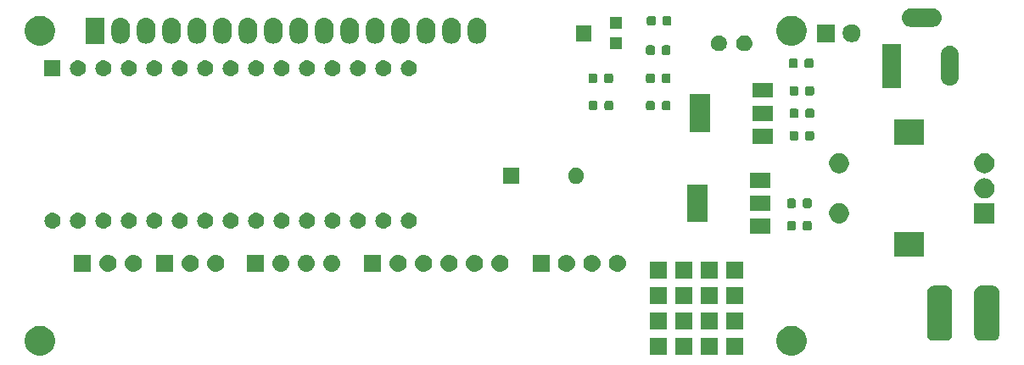
<source format=gbr>
G04 #@! TF.GenerationSoftware,KiCad,Pcbnew,(5.1.4)-1*
G04 #@! TF.CreationDate,2019-11-24T22:27:53-03:30*
G04 #@! TF.ProjectId,Striduino,53747269-6475-4696-9e6f-2e6b69636164,rev?*
G04 #@! TF.SameCoordinates,Original*
G04 #@! TF.FileFunction,Soldermask,Bot*
G04 #@! TF.FilePolarity,Negative*
%FSLAX46Y46*%
G04 Gerber Fmt 4.6, Leading zero omitted, Abs format (unit mm)*
G04 Created by KiCad (PCBNEW (5.1.4)-1) date 2019-11-24 22:27:53*
%MOMM*%
%LPD*%
G04 APERTURE LIST*
%ADD10C,0.100000*%
G04 APERTURE END LIST*
D10*
G36*
X128186302Y-145807024D02*
G01*
X128459402Y-145920145D01*
X128705184Y-146084372D01*
X128914208Y-146293396D01*
X129078435Y-146539178D01*
X129191556Y-146812278D01*
X129249225Y-147102199D01*
X129249225Y-147397801D01*
X129191556Y-147687722D01*
X129078435Y-147960822D01*
X128914208Y-148206604D01*
X128705184Y-148415628D01*
X128459402Y-148579855D01*
X128186302Y-148692976D01*
X127896381Y-148750645D01*
X127600779Y-148750645D01*
X127310858Y-148692976D01*
X127037758Y-148579855D01*
X126791976Y-148415628D01*
X126582952Y-148206604D01*
X126418725Y-147960822D01*
X126305604Y-147687722D01*
X126247935Y-147397801D01*
X126247935Y-147102199D01*
X126305604Y-146812278D01*
X126418725Y-146539178D01*
X126582952Y-146293396D01*
X126791976Y-146084372D01*
X127037758Y-145920145D01*
X127310858Y-145807024D01*
X127600779Y-145749355D01*
X127896381Y-145749355D01*
X128186302Y-145807024D01*
X128186302Y-145807024D01*
G37*
G36*
X53187722Y-145807024D02*
G01*
X53460822Y-145920145D01*
X53706604Y-146084372D01*
X53915628Y-146293396D01*
X54079855Y-146539178D01*
X54192976Y-146812278D01*
X54250645Y-147102199D01*
X54250645Y-147397801D01*
X54192976Y-147687722D01*
X54079855Y-147960822D01*
X53915628Y-148206604D01*
X53706604Y-148415628D01*
X53460822Y-148579855D01*
X53187722Y-148692976D01*
X52897801Y-148750645D01*
X52602199Y-148750645D01*
X52312278Y-148692976D01*
X52039178Y-148579855D01*
X51793396Y-148415628D01*
X51584372Y-148206604D01*
X51420145Y-147960822D01*
X51307024Y-147687722D01*
X51249355Y-147397801D01*
X51249355Y-147102199D01*
X51307024Y-146812278D01*
X51420145Y-146539178D01*
X51584372Y-146293396D01*
X51793396Y-146084372D01*
X52039178Y-145920145D01*
X52312278Y-145807024D01*
X52602199Y-145749355D01*
X52897801Y-145749355D01*
X53187722Y-145807024D01*
X53187722Y-145807024D01*
G37*
G36*
X115350645Y-148670645D02*
G01*
X113649355Y-148670645D01*
X113649355Y-146969355D01*
X115350645Y-146969355D01*
X115350645Y-148670645D01*
X115350645Y-148670645D01*
G37*
G36*
X120430645Y-148670645D02*
G01*
X118729355Y-148670645D01*
X118729355Y-146969355D01*
X120430645Y-146969355D01*
X120430645Y-148670645D01*
X120430645Y-148670645D01*
G37*
G36*
X122970645Y-148670645D02*
G01*
X121269355Y-148670645D01*
X121269355Y-146969355D01*
X122970645Y-146969355D01*
X122970645Y-148670645D01*
X122970645Y-148670645D01*
G37*
G36*
X117890645Y-148670645D02*
G01*
X116189355Y-148670645D01*
X116189355Y-146969355D01*
X117890645Y-146969355D01*
X117890645Y-148670645D01*
X117890645Y-148670645D01*
G37*
G36*
X147997962Y-141761362D02*
G01*
X148115118Y-141796901D01*
X148223088Y-141854613D01*
X148317723Y-141932277D01*
X148395387Y-142026912D01*
X148453099Y-142134882D01*
X148488638Y-142252038D01*
X148500645Y-142373948D01*
X148500645Y-146626052D01*
X148488638Y-146747962D01*
X148453099Y-146865118D01*
X148395387Y-146973088D01*
X148317723Y-147067723D01*
X148223088Y-147145387D01*
X148115118Y-147203099D01*
X147997962Y-147238638D01*
X147876052Y-147250645D01*
X146623948Y-147250645D01*
X146502038Y-147238638D01*
X146384882Y-147203099D01*
X146276912Y-147145387D01*
X146182277Y-147067723D01*
X146104613Y-146973088D01*
X146046901Y-146865118D01*
X146011362Y-146747962D01*
X145999355Y-146626052D01*
X145999355Y-142373948D01*
X146011362Y-142252038D01*
X146046901Y-142134882D01*
X146104613Y-142026912D01*
X146182277Y-141932277D01*
X146276912Y-141854613D01*
X146384882Y-141796901D01*
X146502038Y-141761362D01*
X146623948Y-141749355D01*
X147876052Y-141749355D01*
X147997962Y-141761362D01*
X147997962Y-141761362D01*
G37*
G36*
X143297962Y-141761362D02*
G01*
X143415118Y-141796901D01*
X143523088Y-141854613D01*
X143617723Y-141932277D01*
X143695387Y-142026912D01*
X143753099Y-142134882D01*
X143788638Y-142252038D01*
X143800645Y-142373948D01*
X143800645Y-146626052D01*
X143788638Y-146747962D01*
X143753099Y-146865118D01*
X143695387Y-146973088D01*
X143617723Y-147067723D01*
X143523088Y-147145387D01*
X143415118Y-147203099D01*
X143297962Y-147238638D01*
X143176052Y-147250645D01*
X141923948Y-147250645D01*
X141802038Y-147238638D01*
X141684882Y-147203099D01*
X141576912Y-147145387D01*
X141482277Y-147067723D01*
X141404613Y-146973088D01*
X141346901Y-146865118D01*
X141311362Y-146747962D01*
X141299355Y-146626052D01*
X141299355Y-142373948D01*
X141311362Y-142252038D01*
X141346901Y-142134882D01*
X141404613Y-142026912D01*
X141482277Y-141932277D01*
X141576912Y-141854613D01*
X141684882Y-141796901D01*
X141802038Y-141761362D01*
X141923948Y-141749355D01*
X143176052Y-141749355D01*
X143297962Y-141761362D01*
X143297962Y-141761362D01*
G37*
G36*
X120430645Y-146130645D02*
G01*
X118729355Y-146130645D01*
X118729355Y-144429355D01*
X120430645Y-144429355D01*
X120430645Y-146130645D01*
X120430645Y-146130645D01*
G37*
G36*
X117890645Y-146130645D02*
G01*
X116189355Y-146130645D01*
X116189355Y-144429355D01*
X117890645Y-144429355D01*
X117890645Y-146130645D01*
X117890645Y-146130645D01*
G37*
G36*
X115350645Y-146130645D02*
G01*
X113649355Y-146130645D01*
X113649355Y-144429355D01*
X115350645Y-144429355D01*
X115350645Y-146130645D01*
X115350645Y-146130645D01*
G37*
G36*
X122970645Y-146130645D02*
G01*
X121269355Y-146130645D01*
X121269355Y-144429355D01*
X122970645Y-144429355D01*
X122970645Y-146130645D01*
X122970645Y-146130645D01*
G37*
G36*
X117890645Y-143590645D02*
G01*
X116189355Y-143590645D01*
X116189355Y-141889355D01*
X117890645Y-141889355D01*
X117890645Y-143590645D01*
X117890645Y-143590645D01*
G37*
G36*
X120430645Y-143590645D02*
G01*
X118729355Y-143590645D01*
X118729355Y-141889355D01*
X120430645Y-141889355D01*
X120430645Y-143590645D01*
X120430645Y-143590645D01*
G37*
G36*
X115350645Y-143590645D02*
G01*
X113649355Y-143590645D01*
X113649355Y-141889355D01*
X115350645Y-141889355D01*
X115350645Y-143590645D01*
X115350645Y-143590645D01*
G37*
G36*
X122970645Y-143590645D02*
G01*
X121269355Y-143590645D01*
X121269355Y-141889355D01*
X122970645Y-141889355D01*
X122970645Y-143590645D01*
X122970645Y-143590645D01*
G37*
G36*
X122970645Y-141050645D02*
G01*
X121269355Y-141050645D01*
X121269355Y-139349355D01*
X122970645Y-139349355D01*
X122970645Y-141050645D01*
X122970645Y-141050645D01*
G37*
G36*
X117890645Y-141050645D02*
G01*
X116189355Y-141050645D01*
X116189355Y-139349355D01*
X117890645Y-139349355D01*
X117890645Y-141050645D01*
X117890645Y-141050645D01*
G37*
G36*
X115350645Y-141050645D02*
G01*
X113649355Y-141050645D01*
X113649355Y-139349355D01*
X115350645Y-139349355D01*
X115350645Y-141050645D01*
X115350645Y-141050645D01*
G37*
G36*
X120430645Y-141050645D02*
G01*
X118729355Y-141050645D01*
X118729355Y-139349355D01*
X120430645Y-139349355D01*
X120430645Y-141050645D01*
X120430645Y-141050645D01*
G37*
G36*
X91206752Y-138661663D02*
G01*
X91206755Y-138661664D01*
X91367102Y-138710305D01*
X91514879Y-138789293D01*
X91514881Y-138789294D01*
X91514880Y-138789294D01*
X91644407Y-138895593D01*
X91750706Y-139025120D01*
X91829695Y-139172898D01*
X91878337Y-139333248D01*
X91894760Y-139500000D01*
X91878337Y-139666752D01*
X91878336Y-139666755D01*
X91829695Y-139827102D01*
X91750707Y-139974879D01*
X91644407Y-140104407D01*
X91514879Y-140210707D01*
X91367102Y-140289695D01*
X91206752Y-140338337D01*
X91081785Y-140350645D01*
X90998215Y-140350645D01*
X90873248Y-140338337D01*
X90712898Y-140289695D01*
X90565121Y-140210707D01*
X90435593Y-140104407D01*
X90329293Y-139974879D01*
X90250305Y-139827102D01*
X90201664Y-139666755D01*
X90201663Y-139666752D01*
X90185240Y-139500000D01*
X90201663Y-139333248D01*
X90250305Y-139172898D01*
X90329294Y-139025120D01*
X90435593Y-138895593D01*
X90565120Y-138789294D01*
X90565119Y-138789294D01*
X90565121Y-138789293D01*
X90712898Y-138710305D01*
X90873245Y-138661664D01*
X90873248Y-138661663D01*
X90998215Y-138649355D01*
X91081785Y-138649355D01*
X91206752Y-138661663D01*
X91206752Y-138661663D01*
G37*
G36*
X88666752Y-138661663D02*
G01*
X88666755Y-138661664D01*
X88827102Y-138710305D01*
X88974879Y-138789293D01*
X88974881Y-138789294D01*
X88974880Y-138789294D01*
X89104407Y-138895593D01*
X89210706Y-139025120D01*
X89289695Y-139172898D01*
X89338337Y-139333248D01*
X89354760Y-139500000D01*
X89338337Y-139666752D01*
X89338336Y-139666755D01*
X89289695Y-139827102D01*
X89210707Y-139974879D01*
X89104407Y-140104407D01*
X88974879Y-140210707D01*
X88827102Y-140289695D01*
X88666752Y-140338337D01*
X88541785Y-140350645D01*
X88458215Y-140350645D01*
X88333248Y-140338337D01*
X88172898Y-140289695D01*
X88025121Y-140210707D01*
X87895593Y-140104407D01*
X87789293Y-139974879D01*
X87710305Y-139827102D01*
X87661664Y-139666755D01*
X87661663Y-139666752D01*
X87645240Y-139500000D01*
X87661663Y-139333248D01*
X87710305Y-139172898D01*
X87789294Y-139025120D01*
X87895593Y-138895593D01*
X88025120Y-138789294D01*
X88025119Y-138789294D01*
X88025121Y-138789293D01*
X88172898Y-138710305D01*
X88333245Y-138661664D01*
X88333248Y-138661663D01*
X88458215Y-138649355D01*
X88541785Y-138649355D01*
X88666752Y-138661663D01*
X88666752Y-138661663D01*
G37*
G36*
X86810645Y-140350645D02*
G01*
X85109355Y-140350645D01*
X85109355Y-138649355D01*
X86810645Y-138649355D01*
X86810645Y-140350645D01*
X86810645Y-140350645D01*
G37*
G36*
X96286752Y-138661663D02*
G01*
X96286755Y-138661664D01*
X96447102Y-138710305D01*
X96594879Y-138789293D01*
X96594881Y-138789294D01*
X96594880Y-138789294D01*
X96724407Y-138895593D01*
X96830706Y-139025120D01*
X96909695Y-139172898D01*
X96958337Y-139333248D01*
X96974760Y-139500000D01*
X96958337Y-139666752D01*
X96958336Y-139666755D01*
X96909695Y-139827102D01*
X96830707Y-139974879D01*
X96724407Y-140104407D01*
X96594879Y-140210707D01*
X96447102Y-140289695D01*
X96286752Y-140338337D01*
X96161785Y-140350645D01*
X96078215Y-140350645D01*
X95953248Y-140338337D01*
X95792898Y-140289695D01*
X95645121Y-140210707D01*
X95515593Y-140104407D01*
X95409293Y-139974879D01*
X95330305Y-139827102D01*
X95281664Y-139666755D01*
X95281663Y-139666752D01*
X95265240Y-139500000D01*
X95281663Y-139333248D01*
X95330305Y-139172898D01*
X95409294Y-139025120D01*
X95515593Y-138895593D01*
X95645120Y-138789294D01*
X95645119Y-138789294D01*
X95645121Y-138789293D01*
X95792898Y-138710305D01*
X95953245Y-138661664D01*
X95953248Y-138661663D01*
X96078215Y-138649355D01*
X96161785Y-138649355D01*
X96286752Y-138661663D01*
X96286752Y-138661663D01*
G37*
G36*
X98826752Y-138661663D02*
G01*
X98826755Y-138661664D01*
X98987102Y-138710305D01*
X99134879Y-138789293D01*
X99134881Y-138789294D01*
X99134880Y-138789294D01*
X99264407Y-138895593D01*
X99370706Y-139025120D01*
X99449695Y-139172898D01*
X99498337Y-139333248D01*
X99514760Y-139500000D01*
X99498337Y-139666752D01*
X99498336Y-139666755D01*
X99449695Y-139827102D01*
X99370707Y-139974879D01*
X99264407Y-140104407D01*
X99134879Y-140210707D01*
X98987102Y-140289695D01*
X98826752Y-140338337D01*
X98701785Y-140350645D01*
X98618215Y-140350645D01*
X98493248Y-140338337D01*
X98332898Y-140289695D01*
X98185121Y-140210707D01*
X98055593Y-140104407D01*
X97949293Y-139974879D01*
X97870305Y-139827102D01*
X97821664Y-139666755D01*
X97821663Y-139666752D01*
X97805240Y-139500000D01*
X97821663Y-139333248D01*
X97870305Y-139172898D01*
X97949294Y-139025120D01*
X98055593Y-138895593D01*
X98185120Y-138789294D01*
X98185119Y-138789294D01*
X98185121Y-138789293D01*
X98332898Y-138710305D01*
X98493245Y-138661664D01*
X98493248Y-138661663D01*
X98618215Y-138649355D01*
X98701785Y-138649355D01*
X98826752Y-138661663D01*
X98826752Y-138661663D01*
G37*
G36*
X66060645Y-140350645D02*
G01*
X64359355Y-140350645D01*
X64359355Y-138649355D01*
X66060645Y-138649355D01*
X66060645Y-140350645D01*
X66060645Y-140350645D01*
G37*
G36*
X67916752Y-138661663D02*
G01*
X67916755Y-138661664D01*
X68077102Y-138710305D01*
X68224879Y-138789293D01*
X68224881Y-138789294D01*
X68224880Y-138789294D01*
X68354407Y-138895593D01*
X68460706Y-139025120D01*
X68539695Y-139172898D01*
X68588337Y-139333248D01*
X68604760Y-139500000D01*
X68588337Y-139666752D01*
X68588336Y-139666755D01*
X68539695Y-139827102D01*
X68460707Y-139974879D01*
X68354407Y-140104407D01*
X68224879Y-140210707D01*
X68077102Y-140289695D01*
X67916752Y-140338337D01*
X67791785Y-140350645D01*
X67708215Y-140350645D01*
X67583248Y-140338337D01*
X67422898Y-140289695D01*
X67275121Y-140210707D01*
X67145593Y-140104407D01*
X67039293Y-139974879D01*
X66960305Y-139827102D01*
X66911664Y-139666755D01*
X66911663Y-139666752D01*
X66895240Y-139500000D01*
X66911663Y-139333248D01*
X66960305Y-139172898D01*
X67039294Y-139025120D01*
X67145593Y-138895593D01*
X67275120Y-138789294D01*
X67275119Y-138789294D01*
X67275121Y-138789293D01*
X67422898Y-138710305D01*
X67583245Y-138661664D01*
X67583248Y-138661663D01*
X67708215Y-138649355D01*
X67791785Y-138649355D01*
X67916752Y-138661663D01*
X67916752Y-138661663D01*
G37*
G36*
X70456752Y-138661663D02*
G01*
X70456755Y-138661664D01*
X70617102Y-138710305D01*
X70764879Y-138789293D01*
X70764881Y-138789294D01*
X70764880Y-138789294D01*
X70894407Y-138895593D01*
X71000706Y-139025120D01*
X71079695Y-139172898D01*
X71128337Y-139333248D01*
X71144760Y-139500000D01*
X71128337Y-139666752D01*
X71128336Y-139666755D01*
X71079695Y-139827102D01*
X71000707Y-139974879D01*
X70894407Y-140104407D01*
X70764879Y-140210707D01*
X70617102Y-140289695D01*
X70456752Y-140338337D01*
X70331785Y-140350645D01*
X70248215Y-140350645D01*
X70123248Y-140338337D01*
X69962898Y-140289695D01*
X69815121Y-140210707D01*
X69685593Y-140104407D01*
X69579293Y-139974879D01*
X69500305Y-139827102D01*
X69451664Y-139666755D01*
X69451663Y-139666752D01*
X69435240Y-139500000D01*
X69451663Y-139333248D01*
X69500305Y-139172898D01*
X69579294Y-139025120D01*
X69685593Y-138895593D01*
X69815120Y-138789294D01*
X69815119Y-138789294D01*
X69815121Y-138789293D01*
X69962898Y-138710305D01*
X70123245Y-138661664D01*
X70123248Y-138661663D01*
X70248215Y-138649355D01*
X70331785Y-138649355D01*
X70456752Y-138661663D01*
X70456752Y-138661663D01*
G37*
G36*
X62246752Y-138661663D02*
G01*
X62246755Y-138661664D01*
X62407102Y-138710305D01*
X62554879Y-138789293D01*
X62554881Y-138789294D01*
X62554880Y-138789294D01*
X62684407Y-138895593D01*
X62790706Y-139025120D01*
X62869695Y-139172898D01*
X62918337Y-139333248D01*
X62934760Y-139500000D01*
X62918337Y-139666752D01*
X62918336Y-139666755D01*
X62869695Y-139827102D01*
X62790707Y-139974879D01*
X62684407Y-140104407D01*
X62554879Y-140210707D01*
X62407102Y-140289695D01*
X62246752Y-140338337D01*
X62121785Y-140350645D01*
X62038215Y-140350645D01*
X61913248Y-140338337D01*
X61752898Y-140289695D01*
X61605121Y-140210707D01*
X61475593Y-140104407D01*
X61369293Y-139974879D01*
X61290305Y-139827102D01*
X61241664Y-139666755D01*
X61241663Y-139666752D01*
X61225240Y-139500000D01*
X61241663Y-139333248D01*
X61290305Y-139172898D01*
X61369294Y-139025120D01*
X61475593Y-138895593D01*
X61605120Y-138789294D01*
X61605119Y-138789294D01*
X61605121Y-138789293D01*
X61752898Y-138710305D01*
X61913245Y-138661664D01*
X61913248Y-138661663D01*
X62038215Y-138649355D01*
X62121785Y-138649355D01*
X62246752Y-138661663D01*
X62246752Y-138661663D01*
G37*
G36*
X59706752Y-138661663D02*
G01*
X59706755Y-138661664D01*
X59867102Y-138710305D01*
X60014879Y-138789293D01*
X60014881Y-138789294D01*
X60014880Y-138789294D01*
X60144407Y-138895593D01*
X60250706Y-139025120D01*
X60329695Y-139172898D01*
X60378337Y-139333248D01*
X60394760Y-139500000D01*
X60378337Y-139666752D01*
X60378336Y-139666755D01*
X60329695Y-139827102D01*
X60250707Y-139974879D01*
X60144407Y-140104407D01*
X60014879Y-140210707D01*
X59867102Y-140289695D01*
X59706752Y-140338337D01*
X59581785Y-140350645D01*
X59498215Y-140350645D01*
X59373248Y-140338337D01*
X59212898Y-140289695D01*
X59065121Y-140210707D01*
X58935593Y-140104407D01*
X58829293Y-139974879D01*
X58750305Y-139827102D01*
X58701664Y-139666755D01*
X58701663Y-139666752D01*
X58685240Y-139500000D01*
X58701663Y-139333248D01*
X58750305Y-139172898D01*
X58829294Y-139025120D01*
X58935593Y-138895593D01*
X59065120Y-138789294D01*
X59065119Y-138789294D01*
X59065121Y-138789293D01*
X59212898Y-138710305D01*
X59373245Y-138661664D01*
X59373248Y-138661663D01*
X59498215Y-138649355D01*
X59581785Y-138649355D01*
X59706752Y-138661663D01*
X59706752Y-138661663D01*
G37*
G36*
X75100645Y-140350645D02*
G01*
X73399355Y-140350645D01*
X73399355Y-138649355D01*
X75100645Y-138649355D01*
X75100645Y-140350645D01*
X75100645Y-140350645D01*
G37*
G36*
X76956752Y-138661663D02*
G01*
X76956755Y-138661664D01*
X77117102Y-138710305D01*
X77264879Y-138789293D01*
X77264881Y-138789294D01*
X77264880Y-138789294D01*
X77394407Y-138895593D01*
X77500706Y-139025120D01*
X77579695Y-139172898D01*
X77628337Y-139333248D01*
X77644760Y-139500000D01*
X77628337Y-139666752D01*
X77628336Y-139666755D01*
X77579695Y-139827102D01*
X77500707Y-139974879D01*
X77394407Y-140104407D01*
X77264879Y-140210707D01*
X77117102Y-140289695D01*
X76956752Y-140338337D01*
X76831785Y-140350645D01*
X76748215Y-140350645D01*
X76623248Y-140338337D01*
X76462898Y-140289695D01*
X76315121Y-140210707D01*
X76185593Y-140104407D01*
X76079293Y-139974879D01*
X76000305Y-139827102D01*
X75951664Y-139666755D01*
X75951663Y-139666752D01*
X75935240Y-139500000D01*
X75951663Y-139333248D01*
X76000305Y-139172898D01*
X76079294Y-139025120D01*
X76185593Y-138895593D01*
X76315120Y-138789294D01*
X76315119Y-138789294D01*
X76315121Y-138789293D01*
X76462898Y-138710305D01*
X76623245Y-138661664D01*
X76623248Y-138661663D01*
X76748215Y-138649355D01*
X76831785Y-138649355D01*
X76956752Y-138661663D01*
X76956752Y-138661663D01*
G37*
G36*
X105456752Y-138661663D02*
G01*
X105456755Y-138661664D01*
X105617102Y-138710305D01*
X105764879Y-138789293D01*
X105764881Y-138789294D01*
X105764880Y-138789294D01*
X105894407Y-138895593D01*
X106000706Y-139025120D01*
X106079695Y-139172898D01*
X106128337Y-139333248D01*
X106144760Y-139500000D01*
X106128337Y-139666752D01*
X106128336Y-139666755D01*
X106079695Y-139827102D01*
X106000707Y-139974879D01*
X105894407Y-140104407D01*
X105764879Y-140210707D01*
X105617102Y-140289695D01*
X105456752Y-140338337D01*
X105331785Y-140350645D01*
X105248215Y-140350645D01*
X105123248Y-140338337D01*
X104962898Y-140289695D01*
X104815121Y-140210707D01*
X104685593Y-140104407D01*
X104579293Y-139974879D01*
X104500305Y-139827102D01*
X104451664Y-139666755D01*
X104451663Y-139666752D01*
X104435240Y-139500000D01*
X104451663Y-139333248D01*
X104500305Y-139172898D01*
X104579294Y-139025120D01*
X104685593Y-138895593D01*
X104815120Y-138789294D01*
X104815119Y-138789294D01*
X104815121Y-138789293D01*
X104962898Y-138710305D01*
X105123245Y-138661664D01*
X105123248Y-138661663D01*
X105248215Y-138649355D01*
X105331785Y-138649355D01*
X105456752Y-138661663D01*
X105456752Y-138661663D01*
G37*
G36*
X107996752Y-138661663D02*
G01*
X107996755Y-138661664D01*
X108157102Y-138710305D01*
X108304879Y-138789293D01*
X108304881Y-138789294D01*
X108304880Y-138789294D01*
X108434407Y-138895593D01*
X108540706Y-139025120D01*
X108619695Y-139172898D01*
X108668337Y-139333248D01*
X108684760Y-139500000D01*
X108668337Y-139666752D01*
X108668336Y-139666755D01*
X108619695Y-139827102D01*
X108540707Y-139974879D01*
X108434407Y-140104407D01*
X108304879Y-140210707D01*
X108157102Y-140289695D01*
X107996752Y-140338337D01*
X107871785Y-140350645D01*
X107788215Y-140350645D01*
X107663248Y-140338337D01*
X107502898Y-140289695D01*
X107355121Y-140210707D01*
X107225593Y-140104407D01*
X107119293Y-139974879D01*
X107040305Y-139827102D01*
X106991664Y-139666755D01*
X106991663Y-139666752D01*
X106975240Y-139500000D01*
X106991663Y-139333248D01*
X107040305Y-139172898D01*
X107119294Y-139025120D01*
X107225593Y-138895593D01*
X107355120Y-138789294D01*
X107355119Y-138789294D01*
X107355121Y-138789293D01*
X107502898Y-138710305D01*
X107663245Y-138661664D01*
X107663248Y-138661663D01*
X107788215Y-138649355D01*
X107871785Y-138649355D01*
X107996752Y-138661663D01*
X107996752Y-138661663D01*
G37*
G36*
X110536752Y-138661663D02*
G01*
X110536755Y-138661664D01*
X110697102Y-138710305D01*
X110844879Y-138789293D01*
X110844881Y-138789294D01*
X110844880Y-138789294D01*
X110974407Y-138895593D01*
X111080706Y-139025120D01*
X111159695Y-139172898D01*
X111208337Y-139333248D01*
X111224760Y-139500000D01*
X111208337Y-139666752D01*
X111208336Y-139666755D01*
X111159695Y-139827102D01*
X111080707Y-139974879D01*
X110974407Y-140104407D01*
X110844879Y-140210707D01*
X110697102Y-140289695D01*
X110536752Y-140338337D01*
X110411785Y-140350645D01*
X110328215Y-140350645D01*
X110203248Y-140338337D01*
X110042898Y-140289695D01*
X109895121Y-140210707D01*
X109765593Y-140104407D01*
X109659293Y-139974879D01*
X109580305Y-139827102D01*
X109531664Y-139666755D01*
X109531663Y-139666752D01*
X109515240Y-139500000D01*
X109531663Y-139333248D01*
X109580305Y-139172898D01*
X109659294Y-139025120D01*
X109765593Y-138895593D01*
X109895120Y-138789294D01*
X109895119Y-138789294D01*
X109895121Y-138789293D01*
X110042898Y-138710305D01*
X110203245Y-138661664D01*
X110203248Y-138661663D01*
X110328215Y-138649355D01*
X110411785Y-138649355D01*
X110536752Y-138661663D01*
X110536752Y-138661663D01*
G37*
G36*
X82036752Y-138661663D02*
G01*
X82036755Y-138661664D01*
X82197102Y-138710305D01*
X82344879Y-138789293D01*
X82344881Y-138789294D01*
X82344880Y-138789294D01*
X82474407Y-138895593D01*
X82580706Y-139025120D01*
X82659695Y-139172898D01*
X82708337Y-139333248D01*
X82724760Y-139500000D01*
X82708337Y-139666752D01*
X82708336Y-139666755D01*
X82659695Y-139827102D01*
X82580707Y-139974879D01*
X82474407Y-140104407D01*
X82344879Y-140210707D01*
X82197102Y-140289695D01*
X82036752Y-140338337D01*
X81911785Y-140350645D01*
X81828215Y-140350645D01*
X81703248Y-140338337D01*
X81542898Y-140289695D01*
X81395121Y-140210707D01*
X81265593Y-140104407D01*
X81159293Y-139974879D01*
X81080305Y-139827102D01*
X81031664Y-139666755D01*
X81031663Y-139666752D01*
X81015240Y-139500000D01*
X81031663Y-139333248D01*
X81080305Y-139172898D01*
X81159294Y-139025120D01*
X81265593Y-138895593D01*
X81395120Y-138789294D01*
X81395119Y-138789294D01*
X81395121Y-138789293D01*
X81542898Y-138710305D01*
X81703245Y-138661664D01*
X81703248Y-138661663D01*
X81828215Y-138649355D01*
X81911785Y-138649355D01*
X82036752Y-138661663D01*
X82036752Y-138661663D01*
G37*
G36*
X79496752Y-138661663D02*
G01*
X79496755Y-138661664D01*
X79657102Y-138710305D01*
X79804879Y-138789293D01*
X79804881Y-138789294D01*
X79804880Y-138789294D01*
X79934407Y-138895593D01*
X80040706Y-139025120D01*
X80119695Y-139172898D01*
X80168337Y-139333248D01*
X80184760Y-139500000D01*
X80168337Y-139666752D01*
X80168336Y-139666755D01*
X80119695Y-139827102D01*
X80040707Y-139974879D01*
X79934407Y-140104407D01*
X79804879Y-140210707D01*
X79657102Y-140289695D01*
X79496752Y-140338337D01*
X79371785Y-140350645D01*
X79288215Y-140350645D01*
X79163248Y-140338337D01*
X79002898Y-140289695D01*
X78855121Y-140210707D01*
X78725593Y-140104407D01*
X78619293Y-139974879D01*
X78540305Y-139827102D01*
X78491664Y-139666755D01*
X78491663Y-139666752D01*
X78475240Y-139500000D01*
X78491663Y-139333248D01*
X78540305Y-139172898D01*
X78619294Y-139025120D01*
X78725593Y-138895593D01*
X78855120Y-138789294D01*
X78855119Y-138789294D01*
X78855121Y-138789293D01*
X79002898Y-138710305D01*
X79163245Y-138661664D01*
X79163248Y-138661663D01*
X79288215Y-138649355D01*
X79371785Y-138649355D01*
X79496752Y-138661663D01*
X79496752Y-138661663D01*
G37*
G36*
X93746752Y-138661663D02*
G01*
X93746755Y-138661664D01*
X93907102Y-138710305D01*
X94054879Y-138789293D01*
X94054881Y-138789294D01*
X94054880Y-138789294D01*
X94184407Y-138895593D01*
X94290706Y-139025120D01*
X94369695Y-139172898D01*
X94418337Y-139333248D01*
X94434760Y-139500000D01*
X94418337Y-139666752D01*
X94418336Y-139666755D01*
X94369695Y-139827102D01*
X94290707Y-139974879D01*
X94184407Y-140104407D01*
X94054879Y-140210707D01*
X93907102Y-140289695D01*
X93746752Y-140338337D01*
X93621785Y-140350645D01*
X93538215Y-140350645D01*
X93413248Y-140338337D01*
X93252898Y-140289695D01*
X93105121Y-140210707D01*
X92975593Y-140104407D01*
X92869293Y-139974879D01*
X92790305Y-139827102D01*
X92741664Y-139666755D01*
X92741663Y-139666752D01*
X92725240Y-139500000D01*
X92741663Y-139333248D01*
X92790305Y-139172898D01*
X92869294Y-139025120D01*
X92975593Y-138895593D01*
X93105120Y-138789294D01*
X93105119Y-138789294D01*
X93105121Y-138789293D01*
X93252898Y-138710305D01*
X93413245Y-138661664D01*
X93413248Y-138661663D01*
X93538215Y-138649355D01*
X93621785Y-138649355D01*
X93746752Y-138661663D01*
X93746752Y-138661663D01*
G37*
G36*
X103600645Y-140350645D02*
G01*
X101899355Y-140350645D01*
X101899355Y-138649355D01*
X103600645Y-138649355D01*
X103600645Y-140350645D01*
X103600645Y-140350645D01*
G37*
G36*
X57850645Y-140350645D02*
G01*
X56149355Y-140350645D01*
X56149355Y-138649355D01*
X57850645Y-138649355D01*
X57850645Y-140350645D01*
X57850645Y-140350645D01*
G37*
G36*
X141000645Y-138850645D02*
G01*
X137999355Y-138850645D01*
X137999355Y-136349355D01*
X141000645Y-136349355D01*
X141000645Y-138850645D01*
X141000645Y-138850645D01*
G37*
G36*
X125650645Y-136550645D02*
G01*
X123649355Y-136550645D01*
X123649355Y-135049355D01*
X125650645Y-135049355D01*
X125650645Y-136550645D01*
X125650645Y-136550645D01*
G37*
G36*
X129587456Y-135278556D02*
G01*
X129628403Y-135290977D01*
X129666138Y-135311147D01*
X129699211Y-135338289D01*
X129726353Y-135371362D01*
X129746523Y-135409097D01*
X129758944Y-135450044D01*
X129763145Y-135492698D01*
X129763145Y-136007302D01*
X129758944Y-136049956D01*
X129746523Y-136090903D01*
X129726353Y-136128638D01*
X129699211Y-136161711D01*
X129666138Y-136188853D01*
X129628403Y-136209023D01*
X129587456Y-136221444D01*
X129544802Y-136225645D01*
X129105198Y-136225645D01*
X129062544Y-136221444D01*
X129021597Y-136209023D01*
X128983862Y-136188853D01*
X128950789Y-136161711D01*
X128923647Y-136128638D01*
X128903477Y-136090903D01*
X128891056Y-136049956D01*
X128886855Y-136007302D01*
X128886855Y-135492698D01*
X128891056Y-135450044D01*
X128903477Y-135409097D01*
X128923647Y-135371362D01*
X128950789Y-135338289D01*
X128983862Y-135311147D01*
X129021597Y-135290977D01*
X129062544Y-135278556D01*
X129105198Y-135274355D01*
X129544802Y-135274355D01*
X129587456Y-135278556D01*
X129587456Y-135278556D01*
G37*
G36*
X128012456Y-135278556D02*
G01*
X128053403Y-135290977D01*
X128091138Y-135311147D01*
X128124211Y-135338289D01*
X128151353Y-135371362D01*
X128171523Y-135409097D01*
X128183944Y-135450044D01*
X128188145Y-135492698D01*
X128188145Y-136007302D01*
X128183944Y-136049956D01*
X128171523Y-136090903D01*
X128151353Y-136128638D01*
X128124211Y-136161711D01*
X128091138Y-136188853D01*
X128053403Y-136209023D01*
X128012456Y-136221444D01*
X127969802Y-136225645D01*
X127530198Y-136225645D01*
X127487544Y-136221444D01*
X127446597Y-136209023D01*
X127408862Y-136188853D01*
X127375789Y-136161711D01*
X127348647Y-136128638D01*
X127328477Y-136090903D01*
X127316056Y-136049956D01*
X127311855Y-136007302D01*
X127311855Y-135492698D01*
X127316056Y-135450044D01*
X127328477Y-135409097D01*
X127348647Y-135371362D01*
X127375789Y-135338289D01*
X127408862Y-135311147D01*
X127446597Y-135290977D01*
X127487544Y-135278556D01*
X127530198Y-135274355D01*
X127969802Y-135274355D01*
X128012456Y-135278556D01*
X128012456Y-135278556D01*
G37*
G36*
X59236951Y-134450940D02*
G01*
X59236954Y-134450941D01*
X59387876Y-134496722D01*
X59526966Y-134571068D01*
X59526968Y-134571069D01*
X59526967Y-134571069D01*
X59648881Y-134671119D01*
X59739960Y-134782102D01*
X59748932Y-134793034D01*
X59823278Y-134932124D01*
X59858839Y-135049355D01*
X59869060Y-135083049D01*
X59884518Y-135240000D01*
X59869060Y-135396951D01*
X59869059Y-135396954D01*
X59823278Y-135547876D01*
X59748932Y-135686966D01*
X59748931Y-135686967D01*
X59648881Y-135808881D01*
X59537898Y-135899960D01*
X59526966Y-135908932D01*
X59387876Y-135983278D01*
X59249409Y-136025281D01*
X59236951Y-136029060D01*
X59119327Y-136040645D01*
X59040673Y-136040645D01*
X58923049Y-136029060D01*
X58910591Y-136025281D01*
X58772124Y-135983278D01*
X58633034Y-135908932D01*
X58622102Y-135899960D01*
X58511119Y-135808881D01*
X58411069Y-135686967D01*
X58411068Y-135686966D01*
X58336722Y-135547876D01*
X58290941Y-135396954D01*
X58290940Y-135396951D01*
X58275482Y-135240000D01*
X58290940Y-135083049D01*
X58301161Y-135049355D01*
X58336722Y-134932124D01*
X58411068Y-134793034D01*
X58420040Y-134782102D01*
X58511119Y-134671119D01*
X58633033Y-134571069D01*
X58633032Y-134571069D01*
X58633034Y-134571068D01*
X58772124Y-134496722D01*
X58923046Y-134450941D01*
X58923049Y-134450940D01*
X59040673Y-134439355D01*
X59119327Y-134439355D01*
X59236951Y-134450940D01*
X59236951Y-134450940D01*
G37*
G36*
X61776951Y-134450940D02*
G01*
X61776954Y-134450941D01*
X61927876Y-134496722D01*
X62066966Y-134571068D01*
X62066968Y-134571069D01*
X62066967Y-134571069D01*
X62188881Y-134671119D01*
X62279960Y-134782102D01*
X62288932Y-134793034D01*
X62363278Y-134932124D01*
X62398839Y-135049355D01*
X62409060Y-135083049D01*
X62424518Y-135240000D01*
X62409060Y-135396951D01*
X62409059Y-135396954D01*
X62363278Y-135547876D01*
X62288932Y-135686966D01*
X62288931Y-135686967D01*
X62188881Y-135808881D01*
X62077898Y-135899960D01*
X62066966Y-135908932D01*
X61927876Y-135983278D01*
X61789409Y-136025281D01*
X61776951Y-136029060D01*
X61659327Y-136040645D01*
X61580673Y-136040645D01*
X61463049Y-136029060D01*
X61450591Y-136025281D01*
X61312124Y-135983278D01*
X61173034Y-135908932D01*
X61162102Y-135899960D01*
X61051119Y-135808881D01*
X60951069Y-135686967D01*
X60951068Y-135686966D01*
X60876722Y-135547876D01*
X60830941Y-135396954D01*
X60830940Y-135396951D01*
X60815482Y-135240000D01*
X60830940Y-135083049D01*
X60841161Y-135049355D01*
X60876722Y-134932124D01*
X60951068Y-134793034D01*
X60960040Y-134782102D01*
X61051119Y-134671119D01*
X61173033Y-134571069D01*
X61173032Y-134571069D01*
X61173034Y-134571068D01*
X61312124Y-134496722D01*
X61463046Y-134450941D01*
X61463049Y-134450940D01*
X61580673Y-134439355D01*
X61659327Y-134439355D01*
X61776951Y-134450940D01*
X61776951Y-134450940D01*
G37*
G36*
X64316951Y-134450940D02*
G01*
X64316954Y-134450941D01*
X64467876Y-134496722D01*
X64606966Y-134571068D01*
X64606968Y-134571069D01*
X64606967Y-134571069D01*
X64728881Y-134671119D01*
X64819960Y-134782102D01*
X64828932Y-134793034D01*
X64903278Y-134932124D01*
X64938839Y-135049355D01*
X64949060Y-135083049D01*
X64964518Y-135240000D01*
X64949060Y-135396951D01*
X64949059Y-135396954D01*
X64903278Y-135547876D01*
X64828932Y-135686966D01*
X64828931Y-135686967D01*
X64728881Y-135808881D01*
X64617898Y-135899960D01*
X64606966Y-135908932D01*
X64467876Y-135983278D01*
X64329409Y-136025281D01*
X64316951Y-136029060D01*
X64199327Y-136040645D01*
X64120673Y-136040645D01*
X64003049Y-136029060D01*
X63990591Y-136025281D01*
X63852124Y-135983278D01*
X63713034Y-135908932D01*
X63702102Y-135899960D01*
X63591119Y-135808881D01*
X63491069Y-135686967D01*
X63491068Y-135686966D01*
X63416722Y-135547876D01*
X63370941Y-135396954D01*
X63370940Y-135396951D01*
X63355482Y-135240000D01*
X63370940Y-135083049D01*
X63381161Y-135049355D01*
X63416722Y-134932124D01*
X63491068Y-134793034D01*
X63500040Y-134782102D01*
X63591119Y-134671119D01*
X63713033Y-134571069D01*
X63713032Y-134571069D01*
X63713034Y-134571068D01*
X63852124Y-134496722D01*
X64003046Y-134450941D01*
X64003049Y-134450940D01*
X64120673Y-134439355D01*
X64199327Y-134439355D01*
X64316951Y-134450940D01*
X64316951Y-134450940D01*
G37*
G36*
X66856951Y-134450940D02*
G01*
X66856954Y-134450941D01*
X67007876Y-134496722D01*
X67146966Y-134571068D01*
X67146968Y-134571069D01*
X67146967Y-134571069D01*
X67268881Y-134671119D01*
X67359960Y-134782102D01*
X67368932Y-134793034D01*
X67443278Y-134932124D01*
X67478839Y-135049355D01*
X67489060Y-135083049D01*
X67504518Y-135240000D01*
X67489060Y-135396951D01*
X67489059Y-135396954D01*
X67443278Y-135547876D01*
X67368932Y-135686966D01*
X67368931Y-135686967D01*
X67268881Y-135808881D01*
X67157898Y-135899960D01*
X67146966Y-135908932D01*
X67007876Y-135983278D01*
X66869409Y-136025281D01*
X66856951Y-136029060D01*
X66739327Y-136040645D01*
X66660673Y-136040645D01*
X66543049Y-136029060D01*
X66530591Y-136025281D01*
X66392124Y-135983278D01*
X66253034Y-135908932D01*
X66242102Y-135899960D01*
X66131119Y-135808881D01*
X66031069Y-135686967D01*
X66031068Y-135686966D01*
X65956722Y-135547876D01*
X65910941Y-135396954D01*
X65910940Y-135396951D01*
X65895482Y-135240000D01*
X65910940Y-135083049D01*
X65921161Y-135049355D01*
X65956722Y-134932124D01*
X66031068Y-134793034D01*
X66040040Y-134782102D01*
X66131119Y-134671119D01*
X66253033Y-134571069D01*
X66253032Y-134571069D01*
X66253034Y-134571068D01*
X66392124Y-134496722D01*
X66543046Y-134450941D01*
X66543049Y-134450940D01*
X66660673Y-134439355D01*
X66739327Y-134439355D01*
X66856951Y-134450940D01*
X66856951Y-134450940D01*
G37*
G36*
X69396951Y-134450940D02*
G01*
X69396954Y-134450941D01*
X69547876Y-134496722D01*
X69686966Y-134571068D01*
X69686968Y-134571069D01*
X69686967Y-134571069D01*
X69808881Y-134671119D01*
X69899960Y-134782102D01*
X69908932Y-134793034D01*
X69983278Y-134932124D01*
X70018839Y-135049355D01*
X70029060Y-135083049D01*
X70044518Y-135240000D01*
X70029060Y-135396951D01*
X70029059Y-135396954D01*
X69983278Y-135547876D01*
X69908932Y-135686966D01*
X69908931Y-135686967D01*
X69808881Y-135808881D01*
X69697898Y-135899960D01*
X69686966Y-135908932D01*
X69547876Y-135983278D01*
X69409409Y-136025281D01*
X69396951Y-136029060D01*
X69279327Y-136040645D01*
X69200673Y-136040645D01*
X69083049Y-136029060D01*
X69070591Y-136025281D01*
X68932124Y-135983278D01*
X68793034Y-135908932D01*
X68782102Y-135899960D01*
X68671119Y-135808881D01*
X68571069Y-135686967D01*
X68571068Y-135686966D01*
X68496722Y-135547876D01*
X68450941Y-135396954D01*
X68450940Y-135396951D01*
X68435482Y-135240000D01*
X68450940Y-135083049D01*
X68461161Y-135049355D01*
X68496722Y-134932124D01*
X68571068Y-134793034D01*
X68580040Y-134782102D01*
X68671119Y-134671119D01*
X68793033Y-134571069D01*
X68793032Y-134571069D01*
X68793034Y-134571068D01*
X68932124Y-134496722D01*
X69083046Y-134450941D01*
X69083049Y-134450940D01*
X69200673Y-134439355D01*
X69279327Y-134439355D01*
X69396951Y-134450940D01*
X69396951Y-134450940D01*
G37*
G36*
X89716951Y-134450940D02*
G01*
X89716954Y-134450941D01*
X89867876Y-134496722D01*
X90006966Y-134571068D01*
X90006968Y-134571069D01*
X90006967Y-134571069D01*
X90128881Y-134671119D01*
X90219960Y-134782102D01*
X90228932Y-134793034D01*
X90303278Y-134932124D01*
X90338839Y-135049355D01*
X90349060Y-135083049D01*
X90364518Y-135240000D01*
X90349060Y-135396951D01*
X90349059Y-135396954D01*
X90303278Y-135547876D01*
X90228932Y-135686966D01*
X90228931Y-135686967D01*
X90128881Y-135808881D01*
X90017898Y-135899960D01*
X90006966Y-135908932D01*
X89867876Y-135983278D01*
X89729409Y-136025281D01*
X89716951Y-136029060D01*
X89599327Y-136040645D01*
X89520673Y-136040645D01*
X89403049Y-136029060D01*
X89390591Y-136025281D01*
X89252124Y-135983278D01*
X89113034Y-135908932D01*
X89102102Y-135899960D01*
X88991119Y-135808881D01*
X88891069Y-135686967D01*
X88891068Y-135686966D01*
X88816722Y-135547876D01*
X88770941Y-135396954D01*
X88770940Y-135396951D01*
X88755482Y-135240000D01*
X88770940Y-135083049D01*
X88781161Y-135049355D01*
X88816722Y-134932124D01*
X88891068Y-134793034D01*
X88900040Y-134782102D01*
X88991119Y-134671119D01*
X89113033Y-134571069D01*
X89113032Y-134571069D01*
X89113034Y-134571068D01*
X89252124Y-134496722D01*
X89403046Y-134450941D01*
X89403049Y-134450940D01*
X89520673Y-134439355D01*
X89599327Y-134439355D01*
X89716951Y-134450940D01*
X89716951Y-134450940D01*
G37*
G36*
X82096951Y-134450940D02*
G01*
X82096954Y-134450941D01*
X82247876Y-134496722D01*
X82386966Y-134571068D01*
X82386968Y-134571069D01*
X82386967Y-134571069D01*
X82508881Y-134671119D01*
X82599960Y-134782102D01*
X82608932Y-134793034D01*
X82683278Y-134932124D01*
X82718839Y-135049355D01*
X82729060Y-135083049D01*
X82744518Y-135240000D01*
X82729060Y-135396951D01*
X82729059Y-135396954D01*
X82683278Y-135547876D01*
X82608932Y-135686966D01*
X82608931Y-135686967D01*
X82508881Y-135808881D01*
X82397898Y-135899960D01*
X82386966Y-135908932D01*
X82247876Y-135983278D01*
X82109409Y-136025281D01*
X82096951Y-136029060D01*
X81979327Y-136040645D01*
X81900673Y-136040645D01*
X81783049Y-136029060D01*
X81770591Y-136025281D01*
X81632124Y-135983278D01*
X81493034Y-135908932D01*
X81482102Y-135899960D01*
X81371119Y-135808881D01*
X81271069Y-135686967D01*
X81271068Y-135686966D01*
X81196722Y-135547876D01*
X81150941Y-135396954D01*
X81150940Y-135396951D01*
X81135482Y-135240000D01*
X81150940Y-135083049D01*
X81161161Y-135049355D01*
X81196722Y-134932124D01*
X81271068Y-134793034D01*
X81280040Y-134782102D01*
X81371119Y-134671119D01*
X81493033Y-134571069D01*
X81493032Y-134571069D01*
X81493034Y-134571068D01*
X81632124Y-134496722D01*
X81783046Y-134450941D01*
X81783049Y-134450940D01*
X81900673Y-134439355D01*
X81979327Y-134439355D01*
X82096951Y-134450940D01*
X82096951Y-134450940D01*
G37*
G36*
X87176951Y-134450940D02*
G01*
X87176954Y-134450941D01*
X87327876Y-134496722D01*
X87466966Y-134571068D01*
X87466968Y-134571069D01*
X87466967Y-134571069D01*
X87588881Y-134671119D01*
X87679960Y-134782102D01*
X87688932Y-134793034D01*
X87763278Y-134932124D01*
X87798839Y-135049355D01*
X87809060Y-135083049D01*
X87824518Y-135240000D01*
X87809060Y-135396951D01*
X87809059Y-135396954D01*
X87763278Y-135547876D01*
X87688932Y-135686966D01*
X87688931Y-135686967D01*
X87588881Y-135808881D01*
X87477898Y-135899960D01*
X87466966Y-135908932D01*
X87327876Y-135983278D01*
X87189409Y-136025281D01*
X87176951Y-136029060D01*
X87059327Y-136040645D01*
X86980673Y-136040645D01*
X86863049Y-136029060D01*
X86850591Y-136025281D01*
X86712124Y-135983278D01*
X86573034Y-135908932D01*
X86562102Y-135899960D01*
X86451119Y-135808881D01*
X86351069Y-135686967D01*
X86351068Y-135686966D01*
X86276722Y-135547876D01*
X86230941Y-135396954D01*
X86230940Y-135396951D01*
X86215482Y-135240000D01*
X86230940Y-135083049D01*
X86241161Y-135049355D01*
X86276722Y-134932124D01*
X86351068Y-134793034D01*
X86360040Y-134782102D01*
X86451119Y-134671119D01*
X86573033Y-134571069D01*
X86573032Y-134571069D01*
X86573034Y-134571068D01*
X86712124Y-134496722D01*
X86863046Y-134450941D01*
X86863049Y-134450940D01*
X86980673Y-134439355D01*
X87059327Y-134439355D01*
X87176951Y-134450940D01*
X87176951Y-134450940D01*
G37*
G36*
X79556951Y-134450940D02*
G01*
X79556954Y-134450941D01*
X79707876Y-134496722D01*
X79846966Y-134571068D01*
X79846968Y-134571069D01*
X79846967Y-134571069D01*
X79968881Y-134671119D01*
X80059960Y-134782102D01*
X80068932Y-134793034D01*
X80143278Y-134932124D01*
X80178839Y-135049355D01*
X80189060Y-135083049D01*
X80204518Y-135240000D01*
X80189060Y-135396951D01*
X80189059Y-135396954D01*
X80143278Y-135547876D01*
X80068932Y-135686966D01*
X80068931Y-135686967D01*
X79968881Y-135808881D01*
X79857898Y-135899960D01*
X79846966Y-135908932D01*
X79707876Y-135983278D01*
X79569409Y-136025281D01*
X79556951Y-136029060D01*
X79439327Y-136040645D01*
X79360673Y-136040645D01*
X79243049Y-136029060D01*
X79230591Y-136025281D01*
X79092124Y-135983278D01*
X78953034Y-135908932D01*
X78942102Y-135899960D01*
X78831119Y-135808881D01*
X78731069Y-135686967D01*
X78731068Y-135686966D01*
X78656722Y-135547876D01*
X78610941Y-135396954D01*
X78610940Y-135396951D01*
X78595482Y-135240000D01*
X78610940Y-135083049D01*
X78621161Y-135049355D01*
X78656722Y-134932124D01*
X78731068Y-134793034D01*
X78740040Y-134782102D01*
X78831119Y-134671119D01*
X78953033Y-134571069D01*
X78953032Y-134571069D01*
X78953034Y-134571068D01*
X79092124Y-134496722D01*
X79243046Y-134450941D01*
X79243049Y-134450940D01*
X79360673Y-134439355D01*
X79439327Y-134439355D01*
X79556951Y-134450940D01*
X79556951Y-134450940D01*
G37*
G36*
X77016951Y-134450940D02*
G01*
X77016954Y-134450941D01*
X77167876Y-134496722D01*
X77306966Y-134571068D01*
X77306968Y-134571069D01*
X77306967Y-134571069D01*
X77428881Y-134671119D01*
X77519960Y-134782102D01*
X77528932Y-134793034D01*
X77603278Y-134932124D01*
X77638839Y-135049355D01*
X77649060Y-135083049D01*
X77664518Y-135240000D01*
X77649060Y-135396951D01*
X77649059Y-135396954D01*
X77603278Y-135547876D01*
X77528932Y-135686966D01*
X77528931Y-135686967D01*
X77428881Y-135808881D01*
X77317898Y-135899960D01*
X77306966Y-135908932D01*
X77167876Y-135983278D01*
X77029409Y-136025281D01*
X77016951Y-136029060D01*
X76899327Y-136040645D01*
X76820673Y-136040645D01*
X76703049Y-136029060D01*
X76690591Y-136025281D01*
X76552124Y-135983278D01*
X76413034Y-135908932D01*
X76402102Y-135899960D01*
X76291119Y-135808881D01*
X76191069Y-135686967D01*
X76191068Y-135686966D01*
X76116722Y-135547876D01*
X76070941Y-135396954D01*
X76070940Y-135396951D01*
X76055482Y-135240000D01*
X76070940Y-135083049D01*
X76081161Y-135049355D01*
X76116722Y-134932124D01*
X76191068Y-134793034D01*
X76200040Y-134782102D01*
X76291119Y-134671119D01*
X76413033Y-134571069D01*
X76413032Y-134571069D01*
X76413034Y-134571068D01*
X76552124Y-134496722D01*
X76703046Y-134450941D01*
X76703049Y-134450940D01*
X76820673Y-134439355D01*
X76899327Y-134439355D01*
X77016951Y-134450940D01*
X77016951Y-134450940D01*
G37*
G36*
X74476951Y-134450940D02*
G01*
X74476954Y-134450941D01*
X74627876Y-134496722D01*
X74766966Y-134571068D01*
X74766968Y-134571069D01*
X74766967Y-134571069D01*
X74888881Y-134671119D01*
X74979960Y-134782102D01*
X74988932Y-134793034D01*
X75063278Y-134932124D01*
X75098839Y-135049355D01*
X75109060Y-135083049D01*
X75124518Y-135240000D01*
X75109060Y-135396951D01*
X75109059Y-135396954D01*
X75063278Y-135547876D01*
X74988932Y-135686966D01*
X74988931Y-135686967D01*
X74888881Y-135808881D01*
X74777898Y-135899960D01*
X74766966Y-135908932D01*
X74627876Y-135983278D01*
X74489409Y-136025281D01*
X74476951Y-136029060D01*
X74359327Y-136040645D01*
X74280673Y-136040645D01*
X74163049Y-136029060D01*
X74150591Y-136025281D01*
X74012124Y-135983278D01*
X73873034Y-135908932D01*
X73862102Y-135899960D01*
X73751119Y-135808881D01*
X73651069Y-135686967D01*
X73651068Y-135686966D01*
X73576722Y-135547876D01*
X73530941Y-135396954D01*
X73530940Y-135396951D01*
X73515482Y-135240000D01*
X73530940Y-135083049D01*
X73541161Y-135049355D01*
X73576722Y-134932124D01*
X73651068Y-134793034D01*
X73660040Y-134782102D01*
X73751119Y-134671119D01*
X73873033Y-134571069D01*
X73873032Y-134571069D01*
X73873034Y-134571068D01*
X74012124Y-134496722D01*
X74163046Y-134450941D01*
X74163049Y-134450940D01*
X74280673Y-134439355D01*
X74359327Y-134439355D01*
X74476951Y-134450940D01*
X74476951Y-134450940D01*
G37*
G36*
X54156951Y-134450940D02*
G01*
X54156954Y-134450941D01*
X54307876Y-134496722D01*
X54446966Y-134571068D01*
X54446968Y-134571069D01*
X54446967Y-134571069D01*
X54568881Y-134671119D01*
X54659960Y-134782102D01*
X54668932Y-134793034D01*
X54743278Y-134932124D01*
X54778839Y-135049355D01*
X54789060Y-135083049D01*
X54804518Y-135240000D01*
X54789060Y-135396951D01*
X54789059Y-135396954D01*
X54743278Y-135547876D01*
X54668932Y-135686966D01*
X54668931Y-135686967D01*
X54568881Y-135808881D01*
X54457898Y-135899960D01*
X54446966Y-135908932D01*
X54307876Y-135983278D01*
X54169409Y-136025281D01*
X54156951Y-136029060D01*
X54039327Y-136040645D01*
X53960673Y-136040645D01*
X53843049Y-136029060D01*
X53830591Y-136025281D01*
X53692124Y-135983278D01*
X53553034Y-135908932D01*
X53542102Y-135899960D01*
X53431119Y-135808881D01*
X53331069Y-135686967D01*
X53331068Y-135686966D01*
X53256722Y-135547876D01*
X53210941Y-135396954D01*
X53210940Y-135396951D01*
X53195482Y-135240000D01*
X53210940Y-135083049D01*
X53221161Y-135049355D01*
X53256722Y-134932124D01*
X53331068Y-134793034D01*
X53340040Y-134782102D01*
X53431119Y-134671119D01*
X53553033Y-134571069D01*
X53553032Y-134571069D01*
X53553034Y-134571068D01*
X53692124Y-134496722D01*
X53843046Y-134450941D01*
X53843049Y-134450940D01*
X53960673Y-134439355D01*
X54039327Y-134439355D01*
X54156951Y-134450940D01*
X54156951Y-134450940D01*
G37*
G36*
X56696951Y-134450940D02*
G01*
X56696954Y-134450941D01*
X56847876Y-134496722D01*
X56986966Y-134571068D01*
X56986968Y-134571069D01*
X56986967Y-134571069D01*
X57108881Y-134671119D01*
X57199960Y-134782102D01*
X57208932Y-134793034D01*
X57283278Y-134932124D01*
X57318839Y-135049355D01*
X57329060Y-135083049D01*
X57344518Y-135240000D01*
X57329060Y-135396951D01*
X57329059Y-135396954D01*
X57283278Y-135547876D01*
X57208932Y-135686966D01*
X57208931Y-135686967D01*
X57108881Y-135808881D01*
X56997898Y-135899960D01*
X56986966Y-135908932D01*
X56847876Y-135983278D01*
X56709409Y-136025281D01*
X56696951Y-136029060D01*
X56579327Y-136040645D01*
X56500673Y-136040645D01*
X56383049Y-136029060D01*
X56370591Y-136025281D01*
X56232124Y-135983278D01*
X56093034Y-135908932D01*
X56082102Y-135899960D01*
X55971119Y-135808881D01*
X55871069Y-135686967D01*
X55871068Y-135686966D01*
X55796722Y-135547876D01*
X55750941Y-135396954D01*
X55750940Y-135396951D01*
X55735482Y-135240000D01*
X55750940Y-135083049D01*
X55761161Y-135049355D01*
X55796722Y-134932124D01*
X55871068Y-134793034D01*
X55880040Y-134782102D01*
X55971119Y-134671119D01*
X56093033Y-134571069D01*
X56093032Y-134571069D01*
X56093034Y-134571068D01*
X56232124Y-134496722D01*
X56383046Y-134450941D01*
X56383049Y-134450940D01*
X56500673Y-134439355D01*
X56579327Y-134439355D01*
X56696951Y-134450940D01*
X56696951Y-134450940D01*
G37*
G36*
X71936951Y-134450940D02*
G01*
X71936954Y-134450941D01*
X72087876Y-134496722D01*
X72226966Y-134571068D01*
X72226968Y-134571069D01*
X72226967Y-134571069D01*
X72348881Y-134671119D01*
X72439960Y-134782102D01*
X72448932Y-134793034D01*
X72523278Y-134932124D01*
X72558839Y-135049355D01*
X72569060Y-135083049D01*
X72584518Y-135240000D01*
X72569060Y-135396951D01*
X72569059Y-135396954D01*
X72523278Y-135547876D01*
X72448932Y-135686966D01*
X72448931Y-135686967D01*
X72348881Y-135808881D01*
X72237898Y-135899960D01*
X72226966Y-135908932D01*
X72087876Y-135983278D01*
X71949409Y-136025281D01*
X71936951Y-136029060D01*
X71819327Y-136040645D01*
X71740673Y-136040645D01*
X71623049Y-136029060D01*
X71610591Y-136025281D01*
X71472124Y-135983278D01*
X71333034Y-135908932D01*
X71322102Y-135899960D01*
X71211119Y-135808881D01*
X71111069Y-135686967D01*
X71111068Y-135686966D01*
X71036722Y-135547876D01*
X70990941Y-135396954D01*
X70990940Y-135396951D01*
X70975482Y-135240000D01*
X70990940Y-135083049D01*
X71001161Y-135049355D01*
X71036722Y-134932124D01*
X71111068Y-134793034D01*
X71120040Y-134782102D01*
X71211119Y-134671119D01*
X71333033Y-134571069D01*
X71333032Y-134571069D01*
X71333034Y-134571068D01*
X71472124Y-134496722D01*
X71623046Y-134450941D01*
X71623049Y-134450940D01*
X71740673Y-134439355D01*
X71819327Y-134439355D01*
X71936951Y-134450940D01*
X71936951Y-134450940D01*
G37*
G36*
X84636951Y-134450940D02*
G01*
X84636954Y-134450941D01*
X84787876Y-134496722D01*
X84926966Y-134571068D01*
X84926968Y-134571069D01*
X84926967Y-134571069D01*
X85048881Y-134671119D01*
X85139960Y-134782102D01*
X85148932Y-134793034D01*
X85223278Y-134932124D01*
X85258839Y-135049355D01*
X85269060Y-135083049D01*
X85284518Y-135240000D01*
X85269060Y-135396951D01*
X85269059Y-135396954D01*
X85223278Y-135547876D01*
X85148932Y-135686966D01*
X85148931Y-135686967D01*
X85048881Y-135808881D01*
X84937898Y-135899960D01*
X84926966Y-135908932D01*
X84787876Y-135983278D01*
X84649409Y-136025281D01*
X84636951Y-136029060D01*
X84519327Y-136040645D01*
X84440673Y-136040645D01*
X84323049Y-136029060D01*
X84310591Y-136025281D01*
X84172124Y-135983278D01*
X84033034Y-135908932D01*
X84022102Y-135899960D01*
X83911119Y-135808881D01*
X83811069Y-135686967D01*
X83811068Y-135686966D01*
X83736722Y-135547876D01*
X83690941Y-135396954D01*
X83690940Y-135396951D01*
X83675482Y-135240000D01*
X83690940Y-135083049D01*
X83701161Y-135049355D01*
X83736722Y-134932124D01*
X83811068Y-134793034D01*
X83820040Y-134782102D01*
X83911119Y-134671119D01*
X84033033Y-134571069D01*
X84033032Y-134571069D01*
X84033034Y-134571068D01*
X84172124Y-134496722D01*
X84323046Y-134450941D01*
X84323049Y-134450940D01*
X84440673Y-134439355D01*
X84519327Y-134439355D01*
X84636951Y-134450940D01*
X84636951Y-134450940D01*
G37*
G36*
X132630630Y-133505735D02*
G01*
X132791877Y-133537809D01*
X132973983Y-133613240D01*
X133137874Y-133722748D01*
X133277252Y-133862126D01*
X133386760Y-134026017D01*
X133462191Y-134208123D01*
X133500645Y-134401445D01*
X133500645Y-134598555D01*
X133462191Y-134791877D01*
X133386760Y-134973983D01*
X133277252Y-135137874D01*
X133137874Y-135277252D01*
X132973983Y-135386760D01*
X132791877Y-135462191D01*
X132638507Y-135492698D01*
X132598556Y-135500645D01*
X132401444Y-135500645D01*
X132361493Y-135492698D01*
X132208123Y-135462191D01*
X132026017Y-135386760D01*
X131862126Y-135277252D01*
X131722748Y-135137874D01*
X131613240Y-134973983D01*
X131537809Y-134791877D01*
X131499355Y-134598555D01*
X131499355Y-134401445D01*
X131537809Y-134208123D01*
X131613240Y-134026017D01*
X131722748Y-133862126D01*
X131862126Y-133722748D01*
X132026017Y-133613240D01*
X132208123Y-133537809D01*
X132369370Y-133505735D01*
X132401444Y-133499355D01*
X132598556Y-133499355D01*
X132630630Y-133505735D01*
X132630630Y-133505735D01*
G37*
G36*
X148000645Y-135500645D02*
G01*
X145999355Y-135500645D01*
X145999355Y-133499355D01*
X148000645Y-133499355D01*
X148000645Y-135500645D01*
X148000645Y-135500645D01*
G37*
G36*
X119350645Y-135400645D02*
G01*
X117349355Y-135400645D01*
X117349355Y-131599355D01*
X119350645Y-131599355D01*
X119350645Y-135400645D01*
X119350645Y-135400645D01*
G37*
G36*
X125650645Y-134250645D02*
G01*
X123649355Y-134250645D01*
X123649355Y-132749355D01*
X125650645Y-132749355D01*
X125650645Y-134250645D01*
X125650645Y-134250645D01*
G37*
G36*
X128012456Y-133028556D02*
G01*
X128053403Y-133040977D01*
X128091138Y-133061147D01*
X128124211Y-133088289D01*
X128151353Y-133121362D01*
X128171523Y-133159097D01*
X128183944Y-133200044D01*
X128188145Y-133242698D01*
X128188145Y-133757302D01*
X128183944Y-133799956D01*
X128171523Y-133840903D01*
X128151353Y-133878638D01*
X128124211Y-133911711D01*
X128091138Y-133938853D01*
X128053403Y-133959023D01*
X128012456Y-133971444D01*
X127969802Y-133975645D01*
X127530198Y-133975645D01*
X127487544Y-133971444D01*
X127446597Y-133959023D01*
X127408862Y-133938853D01*
X127375789Y-133911711D01*
X127348647Y-133878638D01*
X127328477Y-133840903D01*
X127316056Y-133799956D01*
X127311855Y-133757302D01*
X127311855Y-133242698D01*
X127316056Y-133200044D01*
X127328477Y-133159097D01*
X127348647Y-133121362D01*
X127375789Y-133088289D01*
X127408862Y-133061147D01*
X127446597Y-133040977D01*
X127487544Y-133028556D01*
X127530198Y-133024355D01*
X127969802Y-133024355D01*
X128012456Y-133028556D01*
X128012456Y-133028556D01*
G37*
G36*
X129587456Y-133028556D02*
G01*
X129628403Y-133040977D01*
X129666138Y-133061147D01*
X129699211Y-133088289D01*
X129726353Y-133121362D01*
X129746523Y-133159097D01*
X129758944Y-133200044D01*
X129763145Y-133242698D01*
X129763145Y-133757302D01*
X129758944Y-133799956D01*
X129746523Y-133840903D01*
X129726353Y-133878638D01*
X129699211Y-133911711D01*
X129666138Y-133938853D01*
X129628403Y-133959023D01*
X129587456Y-133971444D01*
X129544802Y-133975645D01*
X129105198Y-133975645D01*
X129062544Y-133971444D01*
X129021597Y-133959023D01*
X128983862Y-133938853D01*
X128950789Y-133911711D01*
X128923647Y-133878638D01*
X128903477Y-133840903D01*
X128891056Y-133799956D01*
X128886855Y-133757302D01*
X128886855Y-133242698D01*
X128891056Y-133200044D01*
X128903477Y-133159097D01*
X128923647Y-133121362D01*
X128950789Y-133088289D01*
X128983862Y-133061147D01*
X129021597Y-133040977D01*
X129062544Y-133028556D01*
X129105198Y-133024355D01*
X129544802Y-133024355D01*
X129587456Y-133028556D01*
X129587456Y-133028556D01*
G37*
G36*
X147130630Y-131005735D02*
G01*
X147291877Y-131037809D01*
X147473983Y-131113240D01*
X147637874Y-131222748D01*
X147777252Y-131362126D01*
X147886760Y-131526017D01*
X147962191Y-131708123D01*
X148000645Y-131901445D01*
X148000645Y-132098555D01*
X147962191Y-132291877D01*
X147886760Y-132473983D01*
X147777252Y-132637874D01*
X147637874Y-132777252D01*
X147473983Y-132886760D01*
X147291877Y-132962191D01*
X147130630Y-132994265D01*
X147098556Y-133000645D01*
X146901444Y-133000645D01*
X146869370Y-132994265D01*
X146708123Y-132962191D01*
X146526017Y-132886760D01*
X146362126Y-132777252D01*
X146222748Y-132637874D01*
X146113240Y-132473983D01*
X146037809Y-132291877D01*
X145999355Y-132098555D01*
X145999355Y-131901445D01*
X146037809Y-131708123D01*
X146113240Y-131526017D01*
X146222748Y-131362126D01*
X146362126Y-131222748D01*
X146526017Y-131113240D01*
X146708123Y-131037809D01*
X146869370Y-131005735D01*
X146901444Y-130999355D01*
X147098556Y-130999355D01*
X147130630Y-131005735D01*
X147130630Y-131005735D01*
G37*
G36*
X125650645Y-131950645D02*
G01*
X123649355Y-131950645D01*
X123649355Y-130449355D01*
X125650645Y-130449355D01*
X125650645Y-131950645D01*
X125650645Y-131950645D01*
G37*
G36*
X100550645Y-131550645D02*
G01*
X98949355Y-131550645D01*
X98949355Y-129949355D01*
X100550645Y-129949355D01*
X100550645Y-131550645D01*
X100550645Y-131550645D01*
G37*
G36*
X106483540Y-129980123D02*
G01*
X106629247Y-130040477D01*
X106760380Y-130128097D01*
X106871903Y-130239620D01*
X106959523Y-130370753D01*
X107019877Y-130516460D01*
X107050645Y-130671143D01*
X107050645Y-130828857D01*
X107019877Y-130983540D01*
X106959523Y-131129247D01*
X106871903Y-131260380D01*
X106760380Y-131371903D01*
X106629247Y-131459523D01*
X106483540Y-131519877D01*
X106328857Y-131550645D01*
X106171143Y-131550645D01*
X106016460Y-131519877D01*
X105870753Y-131459523D01*
X105739620Y-131371903D01*
X105628097Y-131260380D01*
X105540477Y-131129247D01*
X105480123Y-130983540D01*
X105449355Y-130828857D01*
X105449355Y-130671143D01*
X105480123Y-130516460D01*
X105540477Y-130370753D01*
X105628097Y-130239620D01*
X105739620Y-130128097D01*
X105870753Y-130040477D01*
X106016460Y-129980123D01*
X106171143Y-129949355D01*
X106328857Y-129949355D01*
X106483540Y-129980123D01*
X106483540Y-129980123D01*
G37*
G36*
X132630630Y-128505735D02*
G01*
X132791877Y-128537809D01*
X132973983Y-128613240D01*
X133137874Y-128722748D01*
X133277252Y-128862126D01*
X133386760Y-129026017D01*
X133462191Y-129208123D01*
X133500645Y-129401445D01*
X133500645Y-129598555D01*
X133462191Y-129791877D01*
X133386760Y-129973983D01*
X133277252Y-130137874D01*
X133137874Y-130277252D01*
X132973983Y-130386760D01*
X132791877Y-130462191D01*
X132630630Y-130494265D01*
X132598556Y-130500645D01*
X132401444Y-130500645D01*
X132369370Y-130494265D01*
X132208123Y-130462191D01*
X132026017Y-130386760D01*
X131862126Y-130277252D01*
X131722748Y-130137874D01*
X131613240Y-129973983D01*
X131537809Y-129791877D01*
X131499355Y-129598555D01*
X131499355Y-129401445D01*
X131537809Y-129208123D01*
X131613240Y-129026017D01*
X131722748Y-128862126D01*
X131862126Y-128722748D01*
X132026017Y-128613240D01*
X132208123Y-128537809D01*
X132369370Y-128505735D01*
X132401444Y-128499355D01*
X132598556Y-128499355D01*
X132630630Y-128505735D01*
X132630630Y-128505735D01*
G37*
G36*
X147130630Y-128505735D02*
G01*
X147291877Y-128537809D01*
X147473983Y-128613240D01*
X147637874Y-128722748D01*
X147777252Y-128862126D01*
X147886760Y-129026017D01*
X147962191Y-129208123D01*
X148000645Y-129401445D01*
X148000645Y-129598555D01*
X147962191Y-129791877D01*
X147886760Y-129973983D01*
X147777252Y-130137874D01*
X147637874Y-130277252D01*
X147473983Y-130386760D01*
X147291877Y-130462191D01*
X147130630Y-130494265D01*
X147098556Y-130500645D01*
X146901444Y-130500645D01*
X146869370Y-130494265D01*
X146708123Y-130462191D01*
X146526017Y-130386760D01*
X146362126Y-130277252D01*
X146222748Y-130137874D01*
X146113240Y-129973983D01*
X146037809Y-129791877D01*
X145999355Y-129598555D01*
X145999355Y-129401445D01*
X146037809Y-129208123D01*
X146113240Y-129026017D01*
X146222748Y-128862126D01*
X146362126Y-128722748D01*
X146526017Y-128613240D01*
X146708123Y-128537809D01*
X146869370Y-128505735D01*
X146901444Y-128499355D01*
X147098556Y-128499355D01*
X147130630Y-128505735D01*
X147130630Y-128505735D01*
G37*
G36*
X141000645Y-127650645D02*
G01*
X137999355Y-127650645D01*
X137999355Y-125149355D01*
X141000645Y-125149355D01*
X141000645Y-127650645D01*
X141000645Y-127650645D01*
G37*
G36*
X125900645Y-127550645D02*
G01*
X123899355Y-127550645D01*
X123899355Y-126049355D01*
X125900645Y-126049355D01*
X125900645Y-127550645D01*
X125900645Y-127550645D01*
G37*
G36*
X129837456Y-126278556D02*
G01*
X129878403Y-126290977D01*
X129916138Y-126311147D01*
X129949211Y-126338289D01*
X129976353Y-126371362D01*
X129996523Y-126409097D01*
X130008944Y-126450044D01*
X130013145Y-126492698D01*
X130013145Y-127007302D01*
X130008944Y-127049956D01*
X129996523Y-127090903D01*
X129976353Y-127128638D01*
X129949211Y-127161711D01*
X129916138Y-127188853D01*
X129878403Y-127209023D01*
X129837456Y-127221444D01*
X129794802Y-127225645D01*
X129355198Y-127225645D01*
X129312544Y-127221444D01*
X129271597Y-127209023D01*
X129233862Y-127188853D01*
X129200789Y-127161711D01*
X129173647Y-127128638D01*
X129153477Y-127090903D01*
X129141056Y-127049956D01*
X129136855Y-127007302D01*
X129136855Y-126492698D01*
X129141056Y-126450044D01*
X129153477Y-126409097D01*
X129173647Y-126371362D01*
X129200789Y-126338289D01*
X129233862Y-126311147D01*
X129271597Y-126290977D01*
X129312544Y-126278556D01*
X129355198Y-126274355D01*
X129794802Y-126274355D01*
X129837456Y-126278556D01*
X129837456Y-126278556D01*
G37*
G36*
X128262456Y-126278556D02*
G01*
X128303403Y-126290977D01*
X128341138Y-126311147D01*
X128374211Y-126338289D01*
X128401353Y-126371362D01*
X128421523Y-126409097D01*
X128433944Y-126450044D01*
X128438145Y-126492698D01*
X128438145Y-127007302D01*
X128433944Y-127049956D01*
X128421523Y-127090903D01*
X128401353Y-127128638D01*
X128374211Y-127161711D01*
X128341138Y-127188853D01*
X128303403Y-127209023D01*
X128262456Y-127221444D01*
X128219802Y-127225645D01*
X127780198Y-127225645D01*
X127737544Y-127221444D01*
X127696597Y-127209023D01*
X127658862Y-127188853D01*
X127625789Y-127161711D01*
X127598647Y-127128638D01*
X127578477Y-127090903D01*
X127566056Y-127049956D01*
X127561855Y-127007302D01*
X127561855Y-126492698D01*
X127566056Y-126450044D01*
X127578477Y-126409097D01*
X127598647Y-126371362D01*
X127625789Y-126338289D01*
X127658862Y-126311147D01*
X127696597Y-126290977D01*
X127737544Y-126278556D01*
X127780198Y-126274355D01*
X128219802Y-126274355D01*
X128262456Y-126278556D01*
X128262456Y-126278556D01*
G37*
G36*
X119600645Y-126400645D02*
G01*
X117599355Y-126400645D01*
X117599355Y-122599355D01*
X119600645Y-122599355D01*
X119600645Y-126400645D01*
X119600645Y-126400645D01*
G37*
G36*
X125900645Y-125250645D02*
G01*
X123899355Y-125250645D01*
X123899355Y-123749355D01*
X125900645Y-123749355D01*
X125900645Y-125250645D01*
X125900645Y-125250645D01*
G37*
G36*
X128262456Y-124028556D02*
G01*
X128303403Y-124040977D01*
X128341138Y-124061147D01*
X128374211Y-124088289D01*
X128401353Y-124121362D01*
X128421523Y-124159097D01*
X128433944Y-124200044D01*
X128438145Y-124242698D01*
X128438145Y-124757302D01*
X128433944Y-124799956D01*
X128421523Y-124840903D01*
X128401353Y-124878638D01*
X128374211Y-124911711D01*
X128341138Y-124938853D01*
X128303403Y-124959023D01*
X128262456Y-124971444D01*
X128219802Y-124975645D01*
X127780198Y-124975645D01*
X127737544Y-124971444D01*
X127696597Y-124959023D01*
X127658862Y-124938853D01*
X127625789Y-124911711D01*
X127598647Y-124878638D01*
X127578477Y-124840903D01*
X127566056Y-124799956D01*
X127561855Y-124757302D01*
X127561855Y-124242698D01*
X127566056Y-124200044D01*
X127578477Y-124159097D01*
X127598647Y-124121362D01*
X127625789Y-124088289D01*
X127658862Y-124061147D01*
X127696597Y-124040977D01*
X127737544Y-124028556D01*
X127780198Y-124024355D01*
X128219802Y-124024355D01*
X128262456Y-124028556D01*
X128262456Y-124028556D01*
G37*
G36*
X129837456Y-124028556D02*
G01*
X129878403Y-124040977D01*
X129916138Y-124061147D01*
X129949211Y-124088289D01*
X129976353Y-124121362D01*
X129996523Y-124159097D01*
X130008944Y-124200044D01*
X130013145Y-124242698D01*
X130013145Y-124757302D01*
X130008944Y-124799956D01*
X129996523Y-124840903D01*
X129976353Y-124878638D01*
X129949211Y-124911711D01*
X129916138Y-124938853D01*
X129878403Y-124959023D01*
X129837456Y-124971444D01*
X129794802Y-124975645D01*
X129355198Y-124975645D01*
X129312544Y-124971444D01*
X129271597Y-124959023D01*
X129233862Y-124938853D01*
X129200789Y-124911711D01*
X129173647Y-124878638D01*
X129153477Y-124840903D01*
X129141056Y-124799956D01*
X129136855Y-124757302D01*
X129136855Y-124242698D01*
X129141056Y-124200044D01*
X129153477Y-124159097D01*
X129173647Y-124121362D01*
X129200789Y-124088289D01*
X129233862Y-124061147D01*
X129271597Y-124040977D01*
X129312544Y-124028556D01*
X129355198Y-124024355D01*
X129794802Y-124024355D01*
X129837456Y-124028556D01*
X129837456Y-124028556D01*
G37*
G36*
X115512456Y-123278556D02*
G01*
X115553403Y-123290977D01*
X115591138Y-123311147D01*
X115624211Y-123338289D01*
X115651353Y-123371362D01*
X115671523Y-123409097D01*
X115683944Y-123450044D01*
X115688145Y-123492698D01*
X115688145Y-124007302D01*
X115683944Y-124049956D01*
X115671523Y-124090903D01*
X115651353Y-124128638D01*
X115624211Y-124161711D01*
X115591138Y-124188853D01*
X115553403Y-124209023D01*
X115512456Y-124221444D01*
X115469802Y-124225645D01*
X115030198Y-124225645D01*
X114987544Y-124221444D01*
X114946597Y-124209023D01*
X114908862Y-124188853D01*
X114875789Y-124161711D01*
X114848647Y-124128638D01*
X114828477Y-124090903D01*
X114816056Y-124049956D01*
X114811855Y-124007302D01*
X114811855Y-123492698D01*
X114816056Y-123450044D01*
X114828477Y-123409097D01*
X114848647Y-123371362D01*
X114875789Y-123338289D01*
X114908862Y-123311147D01*
X114946597Y-123290977D01*
X114987544Y-123278556D01*
X115030198Y-123274355D01*
X115469802Y-123274355D01*
X115512456Y-123278556D01*
X115512456Y-123278556D01*
G37*
G36*
X113937456Y-123278556D02*
G01*
X113978403Y-123290977D01*
X114016138Y-123311147D01*
X114049211Y-123338289D01*
X114076353Y-123371362D01*
X114096523Y-123409097D01*
X114108944Y-123450044D01*
X114113145Y-123492698D01*
X114113145Y-124007302D01*
X114108944Y-124049956D01*
X114096523Y-124090903D01*
X114076353Y-124128638D01*
X114049211Y-124161711D01*
X114016138Y-124188853D01*
X113978403Y-124209023D01*
X113937456Y-124221444D01*
X113894802Y-124225645D01*
X113455198Y-124225645D01*
X113412544Y-124221444D01*
X113371597Y-124209023D01*
X113333862Y-124188853D01*
X113300789Y-124161711D01*
X113273647Y-124128638D01*
X113253477Y-124090903D01*
X113241056Y-124049956D01*
X113236855Y-124007302D01*
X113236855Y-123492698D01*
X113241056Y-123450044D01*
X113253477Y-123409097D01*
X113273647Y-123371362D01*
X113300789Y-123338289D01*
X113333862Y-123311147D01*
X113371597Y-123290977D01*
X113412544Y-123278556D01*
X113455198Y-123274355D01*
X113894802Y-123274355D01*
X113937456Y-123278556D01*
X113937456Y-123278556D01*
G37*
G36*
X109787456Y-123253556D02*
G01*
X109828403Y-123265977D01*
X109866138Y-123286147D01*
X109899211Y-123313289D01*
X109926353Y-123346362D01*
X109946523Y-123384097D01*
X109958944Y-123425044D01*
X109963145Y-123467698D01*
X109963145Y-123982302D01*
X109958944Y-124024956D01*
X109946523Y-124065903D01*
X109926353Y-124103638D01*
X109899211Y-124136711D01*
X109866138Y-124163853D01*
X109828403Y-124184023D01*
X109787456Y-124196444D01*
X109744802Y-124200645D01*
X109305198Y-124200645D01*
X109262544Y-124196444D01*
X109221597Y-124184023D01*
X109183862Y-124163853D01*
X109150789Y-124136711D01*
X109123647Y-124103638D01*
X109103477Y-124065903D01*
X109091056Y-124024956D01*
X109086855Y-123982302D01*
X109086855Y-123467698D01*
X109091056Y-123425044D01*
X109103477Y-123384097D01*
X109123647Y-123346362D01*
X109150789Y-123313289D01*
X109183862Y-123286147D01*
X109221597Y-123265977D01*
X109262544Y-123253556D01*
X109305198Y-123249355D01*
X109744802Y-123249355D01*
X109787456Y-123253556D01*
X109787456Y-123253556D01*
G37*
G36*
X108212456Y-123253556D02*
G01*
X108253403Y-123265977D01*
X108291138Y-123286147D01*
X108324211Y-123313289D01*
X108351353Y-123346362D01*
X108371523Y-123384097D01*
X108383944Y-123425044D01*
X108388145Y-123467698D01*
X108388145Y-123982302D01*
X108383944Y-124024956D01*
X108371523Y-124065903D01*
X108351353Y-124103638D01*
X108324211Y-124136711D01*
X108291138Y-124163853D01*
X108253403Y-124184023D01*
X108212456Y-124196444D01*
X108169802Y-124200645D01*
X107730198Y-124200645D01*
X107687544Y-124196444D01*
X107646597Y-124184023D01*
X107608862Y-124163853D01*
X107575789Y-124136711D01*
X107548647Y-124103638D01*
X107528477Y-124065903D01*
X107516056Y-124024956D01*
X107511855Y-123982302D01*
X107511855Y-123467698D01*
X107516056Y-123425044D01*
X107528477Y-123384097D01*
X107548647Y-123346362D01*
X107575789Y-123313289D01*
X107608862Y-123286147D01*
X107646597Y-123265977D01*
X107687544Y-123253556D01*
X107730198Y-123249355D01*
X108169802Y-123249355D01*
X108212456Y-123253556D01*
X108212456Y-123253556D01*
G37*
G36*
X125900645Y-122950645D02*
G01*
X123899355Y-122950645D01*
X123899355Y-121449355D01*
X125900645Y-121449355D01*
X125900645Y-122950645D01*
X125900645Y-122950645D01*
G37*
G36*
X128262457Y-121778556D02*
G01*
X128303404Y-121790977D01*
X128341139Y-121811147D01*
X128374212Y-121838289D01*
X128401354Y-121871362D01*
X128421524Y-121909097D01*
X128433945Y-121950044D01*
X128438146Y-121992698D01*
X128438146Y-122507302D01*
X128433945Y-122549956D01*
X128421524Y-122590903D01*
X128401354Y-122628638D01*
X128374212Y-122661711D01*
X128341139Y-122688853D01*
X128303404Y-122709023D01*
X128262457Y-122721444D01*
X128219803Y-122725645D01*
X127780199Y-122725645D01*
X127737545Y-122721444D01*
X127696598Y-122709023D01*
X127658863Y-122688853D01*
X127625790Y-122661711D01*
X127598648Y-122628638D01*
X127578478Y-122590903D01*
X127566057Y-122549956D01*
X127561856Y-122507302D01*
X127561856Y-121992698D01*
X127566057Y-121950044D01*
X127578478Y-121909097D01*
X127598648Y-121871362D01*
X127625790Y-121838289D01*
X127658863Y-121811147D01*
X127696598Y-121790977D01*
X127737545Y-121778556D01*
X127780199Y-121774355D01*
X128219803Y-121774355D01*
X128262457Y-121778556D01*
X128262457Y-121778556D01*
G37*
G36*
X129837457Y-121778556D02*
G01*
X129878404Y-121790977D01*
X129916139Y-121811147D01*
X129949212Y-121838289D01*
X129976354Y-121871362D01*
X129996524Y-121909097D01*
X130008945Y-121950044D01*
X130013146Y-121992698D01*
X130013146Y-122507302D01*
X130008945Y-122549956D01*
X129996524Y-122590903D01*
X129976354Y-122628638D01*
X129949212Y-122661711D01*
X129916139Y-122688853D01*
X129878404Y-122709023D01*
X129837457Y-122721444D01*
X129794803Y-122725645D01*
X129355199Y-122725645D01*
X129312545Y-122721444D01*
X129271598Y-122709023D01*
X129233863Y-122688853D01*
X129200790Y-122661711D01*
X129173648Y-122628638D01*
X129153478Y-122590903D01*
X129141057Y-122549956D01*
X129136856Y-122507302D01*
X129136856Y-121992698D01*
X129141057Y-121950044D01*
X129153478Y-121909097D01*
X129173648Y-121871362D01*
X129200790Y-121838289D01*
X129233863Y-121811147D01*
X129271598Y-121790977D01*
X129312545Y-121778556D01*
X129355199Y-121774355D01*
X129794803Y-121774355D01*
X129837457Y-121778556D01*
X129837457Y-121778556D01*
G37*
G36*
X138650645Y-121950645D02*
G01*
X136849355Y-121950645D01*
X136849355Y-117549355D01*
X138650645Y-117549355D01*
X138650645Y-121950645D01*
X138650645Y-121950645D01*
G37*
G36*
X143726553Y-117762386D02*
G01*
X143896328Y-117813887D01*
X144052791Y-117897518D01*
X144052793Y-117897519D01*
X144052792Y-117897519D01*
X144189934Y-118010066D01*
X144238201Y-118068881D01*
X144302482Y-118147208D01*
X144335789Y-118209522D01*
X144386113Y-118303671D01*
X144437614Y-118473446D01*
X144450645Y-118605757D01*
X144450645Y-120894243D01*
X144437614Y-121026554D01*
X144437613Y-121026557D01*
X144386113Y-121196329D01*
X144308837Y-121340903D01*
X144302481Y-121352793D01*
X144189934Y-121489934D01*
X144065089Y-121592390D01*
X144052792Y-121602482D01*
X143896329Y-121686113D01*
X143726554Y-121737614D01*
X143550000Y-121755002D01*
X143373447Y-121737614D01*
X143203672Y-121686113D01*
X143047209Y-121602482D01*
X143034912Y-121592390D01*
X142910067Y-121489934D01*
X142797520Y-121352793D01*
X142791165Y-121340903D01*
X142713888Y-121196329D01*
X142662388Y-121026557D01*
X142662387Y-121026554D01*
X142649356Y-120894243D01*
X142649355Y-118605758D01*
X142662386Y-118473447D01*
X142713887Y-118303672D01*
X142785907Y-118168932D01*
X142797518Y-118147209D01*
X142818287Y-118121902D01*
X142910066Y-118010066D01*
X143047207Y-117897519D01*
X143047206Y-117897519D01*
X143047208Y-117897518D01*
X143203671Y-117813887D01*
X143373446Y-117762386D01*
X143550000Y-117744998D01*
X143726553Y-117762386D01*
X143726553Y-117762386D01*
G37*
G36*
X109762455Y-120528556D02*
G01*
X109803402Y-120540977D01*
X109841137Y-120561147D01*
X109874210Y-120588289D01*
X109901352Y-120621362D01*
X109921522Y-120659097D01*
X109933943Y-120700044D01*
X109938144Y-120742698D01*
X109938144Y-121257302D01*
X109933943Y-121299956D01*
X109921522Y-121340903D01*
X109901352Y-121378638D01*
X109874210Y-121411711D01*
X109841137Y-121438853D01*
X109803402Y-121459023D01*
X109762455Y-121471444D01*
X109719801Y-121475645D01*
X109280197Y-121475645D01*
X109237543Y-121471444D01*
X109196596Y-121459023D01*
X109158861Y-121438853D01*
X109125788Y-121411711D01*
X109098646Y-121378638D01*
X109078476Y-121340903D01*
X109066055Y-121299956D01*
X109061854Y-121257302D01*
X109061854Y-120742698D01*
X109066055Y-120700044D01*
X109078476Y-120659097D01*
X109098646Y-120621362D01*
X109125788Y-120588289D01*
X109158861Y-120561147D01*
X109196596Y-120540977D01*
X109237543Y-120528556D01*
X109280197Y-120524355D01*
X109719801Y-120524355D01*
X109762455Y-120528556D01*
X109762455Y-120528556D01*
G37*
G36*
X108187455Y-120528556D02*
G01*
X108228402Y-120540977D01*
X108266137Y-120561147D01*
X108299210Y-120588289D01*
X108326352Y-120621362D01*
X108346522Y-120659097D01*
X108358943Y-120700044D01*
X108363144Y-120742698D01*
X108363144Y-121257302D01*
X108358943Y-121299956D01*
X108346522Y-121340903D01*
X108326352Y-121378638D01*
X108299210Y-121411711D01*
X108266137Y-121438853D01*
X108228402Y-121459023D01*
X108187455Y-121471444D01*
X108144801Y-121475645D01*
X107705197Y-121475645D01*
X107662543Y-121471444D01*
X107621596Y-121459023D01*
X107583861Y-121438853D01*
X107550788Y-121411711D01*
X107523646Y-121378638D01*
X107503476Y-121340903D01*
X107491055Y-121299956D01*
X107486854Y-121257302D01*
X107486854Y-120742698D01*
X107491055Y-120700044D01*
X107503476Y-120659097D01*
X107523646Y-120621362D01*
X107550788Y-120588289D01*
X107583861Y-120561147D01*
X107621596Y-120540977D01*
X107662543Y-120528556D01*
X107705197Y-120524355D01*
X108144801Y-120524355D01*
X108187455Y-120528556D01*
X108187455Y-120528556D01*
G37*
G36*
X115512456Y-120528555D02*
G01*
X115553403Y-120540976D01*
X115591138Y-120561146D01*
X115624211Y-120588288D01*
X115651353Y-120621361D01*
X115671523Y-120659096D01*
X115683944Y-120700043D01*
X115688145Y-120742697D01*
X115688145Y-121257301D01*
X115683944Y-121299955D01*
X115671523Y-121340902D01*
X115651353Y-121378637D01*
X115624211Y-121411710D01*
X115591138Y-121438852D01*
X115553403Y-121459022D01*
X115512456Y-121471443D01*
X115469802Y-121475644D01*
X115030198Y-121475644D01*
X114987544Y-121471443D01*
X114946597Y-121459022D01*
X114908862Y-121438852D01*
X114875789Y-121411710D01*
X114848647Y-121378637D01*
X114828477Y-121340902D01*
X114816056Y-121299955D01*
X114811855Y-121257301D01*
X114811855Y-120742697D01*
X114816056Y-120700043D01*
X114828477Y-120659096D01*
X114848647Y-120621361D01*
X114875789Y-120588288D01*
X114908862Y-120561146D01*
X114946597Y-120540976D01*
X114987544Y-120528555D01*
X115030198Y-120524354D01*
X115469802Y-120524354D01*
X115512456Y-120528555D01*
X115512456Y-120528555D01*
G37*
G36*
X113937456Y-120528555D02*
G01*
X113978403Y-120540976D01*
X114016138Y-120561146D01*
X114049211Y-120588288D01*
X114076353Y-120621361D01*
X114096523Y-120659096D01*
X114108944Y-120700043D01*
X114113145Y-120742697D01*
X114113145Y-121257301D01*
X114108944Y-121299955D01*
X114096523Y-121340902D01*
X114076353Y-121378637D01*
X114049211Y-121411710D01*
X114016138Y-121438852D01*
X113978403Y-121459022D01*
X113937456Y-121471443D01*
X113894802Y-121475644D01*
X113455198Y-121475644D01*
X113412544Y-121471443D01*
X113371597Y-121459022D01*
X113333862Y-121438852D01*
X113300789Y-121411710D01*
X113273647Y-121378637D01*
X113253477Y-121340902D01*
X113241056Y-121299955D01*
X113236855Y-121257301D01*
X113236855Y-120742697D01*
X113241056Y-120700043D01*
X113253477Y-120659096D01*
X113273647Y-120621361D01*
X113300789Y-120588288D01*
X113333862Y-120561146D01*
X113371597Y-120540976D01*
X113412544Y-120528555D01*
X113455198Y-120524354D01*
X113894802Y-120524354D01*
X113937456Y-120528555D01*
X113937456Y-120528555D01*
G37*
G36*
X59236951Y-119210940D02*
G01*
X59236954Y-119210941D01*
X59387876Y-119256722D01*
X59526966Y-119331068D01*
X59526968Y-119331069D01*
X59526967Y-119331069D01*
X59648881Y-119431119D01*
X59739960Y-119542102D01*
X59748932Y-119553034D01*
X59823278Y-119692124D01*
X59855988Y-119799956D01*
X59869060Y-119843049D01*
X59884518Y-120000000D01*
X59869060Y-120156951D01*
X59869059Y-120156954D01*
X59823278Y-120307876D01*
X59748932Y-120446966D01*
X59748931Y-120446967D01*
X59648881Y-120568881D01*
X59538951Y-120659096D01*
X59526966Y-120668932D01*
X59387876Y-120743278D01*
X59249409Y-120785281D01*
X59236951Y-120789060D01*
X59119327Y-120800645D01*
X59040673Y-120800645D01*
X58923049Y-120789060D01*
X58910591Y-120785281D01*
X58772124Y-120743278D01*
X58633034Y-120668932D01*
X58621049Y-120659096D01*
X58511119Y-120568881D01*
X58411069Y-120446967D01*
X58411068Y-120446966D01*
X58336722Y-120307876D01*
X58290941Y-120156954D01*
X58290940Y-120156951D01*
X58275482Y-120000000D01*
X58290940Y-119843049D01*
X58304012Y-119799956D01*
X58336722Y-119692124D01*
X58411068Y-119553034D01*
X58420040Y-119542102D01*
X58511119Y-119431119D01*
X58633033Y-119331069D01*
X58633032Y-119331069D01*
X58633034Y-119331068D01*
X58772124Y-119256722D01*
X58923046Y-119210941D01*
X58923049Y-119210940D01*
X59040673Y-119199355D01*
X59119327Y-119199355D01*
X59236951Y-119210940D01*
X59236951Y-119210940D01*
G37*
G36*
X56696951Y-119210940D02*
G01*
X56696954Y-119210941D01*
X56847876Y-119256722D01*
X56986966Y-119331068D01*
X56986968Y-119331069D01*
X56986967Y-119331069D01*
X57108881Y-119431119D01*
X57199960Y-119542102D01*
X57208932Y-119553034D01*
X57283278Y-119692124D01*
X57315988Y-119799956D01*
X57329060Y-119843049D01*
X57344518Y-120000000D01*
X57329060Y-120156951D01*
X57329059Y-120156954D01*
X57283278Y-120307876D01*
X57208932Y-120446966D01*
X57208931Y-120446967D01*
X57108881Y-120568881D01*
X56998951Y-120659096D01*
X56986966Y-120668932D01*
X56847876Y-120743278D01*
X56709409Y-120785281D01*
X56696951Y-120789060D01*
X56579327Y-120800645D01*
X56500673Y-120800645D01*
X56383049Y-120789060D01*
X56370591Y-120785281D01*
X56232124Y-120743278D01*
X56093034Y-120668932D01*
X56081049Y-120659096D01*
X55971119Y-120568881D01*
X55871069Y-120446967D01*
X55871068Y-120446966D01*
X55796722Y-120307876D01*
X55750941Y-120156954D01*
X55750940Y-120156951D01*
X55735482Y-120000000D01*
X55750940Y-119843049D01*
X55764012Y-119799956D01*
X55796722Y-119692124D01*
X55871068Y-119553034D01*
X55880040Y-119542102D01*
X55971119Y-119431119D01*
X56093033Y-119331069D01*
X56093032Y-119331069D01*
X56093034Y-119331068D01*
X56232124Y-119256722D01*
X56383046Y-119210941D01*
X56383049Y-119210940D01*
X56500673Y-119199355D01*
X56579327Y-119199355D01*
X56696951Y-119210940D01*
X56696951Y-119210940D01*
G37*
G36*
X54800645Y-120800645D02*
G01*
X53199355Y-120800645D01*
X53199355Y-119199355D01*
X54800645Y-119199355D01*
X54800645Y-120800645D01*
X54800645Y-120800645D01*
G37*
G36*
X66856951Y-119210940D02*
G01*
X66856954Y-119210941D01*
X67007876Y-119256722D01*
X67146966Y-119331068D01*
X67146968Y-119331069D01*
X67146967Y-119331069D01*
X67268881Y-119431119D01*
X67359960Y-119542102D01*
X67368932Y-119553034D01*
X67443278Y-119692124D01*
X67475988Y-119799956D01*
X67489060Y-119843049D01*
X67504518Y-120000000D01*
X67489060Y-120156951D01*
X67489059Y-120156954D01*
X67443278Y-120307876D01*
X67368932Y-120446966D01*
X67368931Y-120446967D01*
X67268881Y-120568881D01*
X67158951Y-120659096D01*
X67146966Y-120668932D01*
X67007876Y-120743278D01*
X66869409Y-120785281D01*
X66856951Y-120789060D01*
X66739327Y-120800645D01*
X66660673Y-120800645D01*
X66543049Y-120789060D01*
X66530591Y-120785281D01*
X66392124Y-120743278D01*
X66253034Y-120668932D01*
X66241049Y-120659096D01*
X66131119Y-120568881D01*
X66031069Y-120446967D01*
X66031068Y-120446966D01*
X65956722Y-120307876D01*
X65910941Y-120156954D01*
X65910940Y-120156951D01*
X65895482Y-120000000D01*
X65910940Y-119843049D01*
X65924012Y-119799956D01*
X65956722Y-119692124D01*
X66031068Y-119553034D01*
X66040040Y-119542102D01*
X66131119Y-119431119D01*
X66253033Y-119331069D01*
X66253032Y-119331069D01*
X66253034Y-119331068D01*
X66392124Y-119256722D01*
X66543046Y-119210941D01*
X66543049Y-119210940D01*
X66660673Y-119199355D01*
X66739327Y-119199355D01*
X66856951Y-119210940D01*
X66856951Y-119210940D01*
G37*
G36*
X87176951Y-119210940D02*
G01*
X87176954Y-119210941D01*
X87327876Y-119256722D01*
X87466966Y-119331068D01*
X87466968Y-119331069D01*
X87466967Y-119331069D01*
X87588881Y-119431119D01*
X87679960Y-119542102D01*
X87688932Y-119553034D01*
X87763278Y-119692124D01*
X87795988Y-119799956D01*
X87809060Y-119843049D01*
X87824518Y-120000000D01*
X87809060Y-120156951D01*
X87809059Y-120156954D01*
X87763278Y-120307876D01*
X87688932Y-120446966D01*
X87688931Y-120446967D01*
X87588881Y-120568881D01*
X87478951Y-120659096D01*
X87466966Y-120668932D01*
X87327876Y-120743278D01*
X87189409Y-120785281D01*
X87176951Y-120789060D01*
X87059327Y-120800645D01*
X86980673Y-120800645D01*
X86863049Y-120789060D01*
X86850591Y-120785281D01*
X86712124Y-120743278D01*
X86573034Y-120668932D01*
X86561049Y-120659096D01*
X86451119Y-120568881D01*
X86351069Y-120446967D01*
X86351068Y-120446966D01*
X86276722Y-120307876D01*
X86230941Y-120156954D01*
X86230940Y-120156951D01*
X86215482Y-120000000D01*
X86230940Y-119843049D01*
X86244012Y-119799956D01*
X86276722Y-119692124D01*
X86351068Y-119553034D01*
X86360040Y-119542102D01*
X86451119Y-119431119D01*
X86573033Y-119331069D01*
X86573032Y-119331069D01*
X86573034Y-119331068D01*
X86712124Y-119256722D01*
X86863046Y-119210941D01*
X86863049Y-119210940D01*
X86980673Y-119199355D01*
X87059327Y-119199355D01*
X87176951Y-119210940D01*
X87176951Y-119210940D01*
G37*
G36*
X84636951Y-119210940D02*
G01*
X84636954Y-119210941D01*
X84787876Y-119256722D01*
X84926966Y-119331068D01*
X84926968Y-119331069D01*
X84926967Y-119331069D01*
X85048881Y-119431119D01*
X85139960Y-119542102D01*
X85148932Y-119553034D01*
X85223278Y-119692124D01*
X85255988Y-119799956D01*
X85269060Y-119843049D01*
X85284518Y-120000000D01*
X85269060Y-120156951D01*
X85269059Y-120156954D01*
X85223278Y-120307876D01*
X85148932Y-120446966D01*
X85148931Y-120446967D01*
X85048881Y-120568881D01*
X84938951Y-120659096D01*
X84926966Y-120668932D01*
X84787876Y-120743278D01*
X84649409Y-120785281D01*
X84636951Y-120789060D01*
X84519327Y-120800645D01*
X84440673Y-120800645D01*
X84323049Y-120789060D01*
X84310591Y-120785281D01*
X84172124Y-120743278D01*
X84033034Y-120668932D01*
X84021049Y-120659096D01*
X83911119Y-120568881D01*
X83811069Y-120446967D01*
X83811068Y-120446966D01*
X83736722Y-120307876D01*
X83690941Y-120156954D01*
X83690940Y-120156951D01*
X83675482Y-120000000D01*
X83690940Y-119843049D01*
X83704012Y-119799956D01*
X83736722Y-119692124D01*
X83811068Y-119553034D01*
X83820040Y-119542102D01*
X83911119Y-119431119D01*
X84033033Y-119331069D01*
X84033032Y-119331069D01*
X84033034Y-119331068D01*
X84172124Y-119256722D01*
X84323046Y-119210941D01*
X84323049Y-119210940D01*
X84440673Y-119199355D01*
X84519327Y-119199355D01*
X84636951Y-119210940D01*
X84636951Y-119210940D01*
G37*
G36*
X89716951Y-119210940D02*
G01*
X89716954Y-119210941D01*
X89867876Y-119256722D01*
X90006966Y-119331068D01*
X90006968Y-119331069D01*
X90006967Y-119331069D01*
X90128881Y-119431119D01*
X90219960Y-119542102D01*
X90228932Y-119553034D01*
X90303278Y-119692124D01*
X90335988Y-119799956D01*
X90349060Y-119843049D01*
X90364518Y-120000000D01*
X90349060Y-120156951D01*
X90349059Y-120156954D01*
X90303278Y-120307876D01*
X90228932Y-120446966D01*
X90228931Y-120446967D01*
X90128881Y-120568881D01*
X90018951Y-120659096D01*
X90006966Y-120668932D01*
X89867876Y-120743278D01*
X89729409Y-120785281D01*
X89716951Y-120789060D01*
X89599327Y-120800645D01*
X89520673Y-120800645D01*
X89403049Y-120789060D01*
X89390591Y-120785281D01*
X89252124Y-120743278D01*
X89113034Y-120668932D01*
X89101049Y-120659096D01*
X88991119Y-120568881D01*
X88891069Y-120446967D01*
X88891068Y-120446966D01*
X88816722Y-120307876D01*
X88770941Y-120156954D01*
X88770940Y-120156951D01*
X88755482Y-120000000D01*
X88770940Y-119843049D01*
X88784012Y-119799956D01*
X88816722Y-119692124D01*
X88891068Y-119553034D01*
X88900040Y-119542102D01*
X88991119Y-119431119D01*
X89113033Y-119331069D01*
X89113032Y-119331069D01*
X89113034Y-119331068D01*
X89252124Y-119256722D01*
X89403046Y-119210941D01*
X89403049Y-119210940D01*
X89520673Y-119199355D01*
X89599327Y-119199355D01*
X89716951Y-119210940D01*
X89716951Y-119210940D01*
G37*
G36*
X79556951Y-119210940D02*
G01*
X79556954Y-119210941D01*
X79707876Y-119256722D01*
X79846966Y-119331068D01*
X79846968Y-119331069D01*
X79846967Y-119331069D01*
X79968881Y-119431119D01*
X80059960Y-119542102D01*
X80068932Y-119553034D01*
X80143278Y-119692124D01*
X80175988Y-119799956D01*
X80189060Y-119843049D01*
X80204518Y-120000000D01*
X80189060Y-120156951D01*
X80189059Y-120156954D01*
X80143278Y-120307876D01*
X80068932Y-120446966D01*
X80068931Y-120446967D01*
X79968881Y-120568881D01*
X79858951Y-120659096D01*
X79846966Y-120668932D01*
X79707876Y-120743278D01*
X79569409Y-120785281D01*
X79556951Y-120789060D01*
X79439327Y-120800645D01*
X79360673Y-120800645D01*
X79243049Y-120789060D01*
X79230591Y-120785281D01*
X79092124Y-120743278D01*
X78953034Y-120668932D01*
X78941049Y-120659096D01*
X78831119Y-120568881D01*
X78731069Y-120446967D01*
X78731068Y-120446966D01*
X78656722Y-120307876D01*
X78610941Y-120156954D01*
X78610940Y-120156951D01*
X78595482Y-120000000D01*
X78610940Y-119843049D01*
X78624012Y-119799956D01*
X78656722Y-119692124D01*
X78731068Y-119553034D01*
X78740040Y-119542102D01*
X78831119Y-119431119D01*
X78953033Y-119331069D01*
X78953032Y-119331069D01*
X78953034Y-119331068D01*
X79092124Y-119256722D01*
X79243046Y-119210941D01*
X79243049Y-119210940D01*
X79360673Y-119199355D01*
X79439327Y-119199355D01*
X79556951Y-119210940D01*
X79556951Y-119210940D01*
G37*
G36*
X77016951Y-119210940D02*
G01*
X77016954Y-119210941D01*
X77167876Y-119256722D01*
X77306966Y-119331068D01*
X77306968Y-119331069D01*
X77306967Y-119331069D01*
X77428881Y-119431119D01*
X77519960Y-119542102D01*
X77528932Y-119553034D01*
X77603278Y-119692124D01*
X77635988Y-119799956D01*
X77649060Y-119843049D01*
X77664518Y-120000000D01*
X77649060Y-120156951D01*
X77649059Y-120156954D01*
X77603278Y-120307876D01*
X77528932Y-120446966D01*
X77528931Y-120446967D01*
X77428881Y-120568881D01*
X77318951Y-120659096D01*
X77306966Y-120668932D01*
X77167876Y-120743278D01*
X77029409Y-120785281D01*
X77016951Y-120789060D01*
X76899327Y-120800645D01*
X76820673Y-120800645D01*
X76703049Y-120789060D01*
X76690591Y-120785281D01*
X76552124Y-120743278D01*
X76413034Y-120668932D01*
X76401049Y-120659096D01*
X76291119Y-120568881D01*
X76191069Y-120446967D01*
X76191068Y-120446966D01*
X76116722Y-120307876D01*
X76070941Y-120156954D01*
X76070940Y-120156951D01*
X76055482Y-120000000D01*
X76070940Y-119843049D01*
X76084012Y-119799956D01*
X76116722Y-119692124D01*
X76191068Y-119553034D01*
X76200040Y-119542102D01*
X76291119Y-119431119D01*
X76413033Y-119331069D01*
X76413032Y-119331069D01*
X76413034Y-119331068D01*
X76552124Y-119256722D01*
X76703046Y-119210941D01*
X76703049Y-119210940D01*
X76820673Y-119199355D01*
X76899327Y-119199355D01*
X77016951Y-119210940D01*
X77016951Y-119210940D01*
G37*
G36*
X74476951Y-119210940D02*
G01*
X74476954Y-119210941D01*
X74627876Y-119256722D01*
X74766966Y-119331068D01*
X74766968Y-119331069D01*
X74766967Y-119331069D01*
X74888881Y-119431119D01*
X74979960Y-119542102D01*
X74988932Y-119553034D01*
X75063278Y-119692124D01*
X75095988Y-119799956D01*
X75109060Y-119843049D01*
X75124518Y-120000000D01*
X75109060Y-120156951D01*
X75109059Y-120156954D01*
X75063278Y-120307876D01*
X74988932Y-120446966D01*
X74988931Y-120446967D01*
X74888881Y-120568881D01*
X74778951Y-120659096D01*
X74766966Y-120668932D01*
X74627876Y-120743278D01*
X74489409Y-120785281D01*
X74476951Y-120789060D01*
X74359327Y-120800645D01*
X74280673Y-120800645D01*
X74163049Y-120789060D01*
X74150591Y-120785281D01*
X74012124Y-120743278D01*
X73873034Y-120668932D01*
X73861049Y-120659096D01*
X73751119Y-120568881D01*
X73651069Y-120446967D01*
X73651068Y-120446966D01*
X73576722Y-120307876D01*
X73530941Y-120156954D01*
X73530940Y-120156951D01*
X73515482Y-120000000D01*
X73530940Y-119843049D01*
X73544012Y-119799956D01*
X73576722Y-119692124D01*
X73651068Y-119553034D01*
X73660040Y-119542102D01*
X73751119Y-119431119D01*
X73873033Y-119331069D01*
X73873032Y-119331069D01*
X73873034Y-119331068D01*
X74012124Y-119256722D01*
X74163046Y-119210941D01*
X74163049Y-119210940D01*
X74280673Y-119199355D01*
X74359327Y-119199355D01*
X74476951Y-119210940D01*
X74476951Y-119210940D01*
G37*
G36*
X71936951Y-119210940D02*
G01*
X71936954Y-119210941D01*
X72087876Y-119256722D01*
X72226966Y-119331068D01*
X72226968Y-119331069D01*
X72226967Y-119331069D01*
X72348881Y-119431119D01*
X72439960Y-119542102D01*
X72448932Y-119553034D01*
X72523278Y-119692124D01*
X72555988Y-119799956D01*
X72569060Y-119843049D01*
X72584518Y-120000000D01*
X72569060Y-120156951D01*
X72569059Y-120156954D01*
X72523278Y-120307876D01*
X72448932Y-120446966D01*
X72448931Y-120446967D01*
X72348881Y-120568881D01*
X72238951Y-120659096D01*
X72226966Y-120668932D01*
X72087876Y-120743278D01*
X71949409Y-120785281D01*
X71936951Y-120789060D01*
X71819327Y-120800645D01*
X71740673Y-120800645D01*
X71623049Y-120789060D01*
X71610591Y-120785281D01*
X71472124Y-120743278D01*
X71333034Y-120668932D01*
X71321049Y-120659096D01*
X71211119Y-120568881D01*
X71111069Y-120446967D01*
X71111068Y-120446966D01*
X71036722Y-120307876D01*
X70990941Y-120156954D01*
X70990940Y-120156951D01*
X70975482Y-120000000D01*
X70990940Y-119843049D01*
X71004012Y-119799956D01*
X71036722Y-119692124D01*
X71111068Y-119553034D01*
X71120040Y-119542102D01*
X71211119Y-119431119D01*
X71333033Y-119331069D01*
X71333032Y-119331069D01*
X71333034Y-119331068D01*
X71472124Y-119256722D01*
X71623046Y-119210941D01*
X71623049Y-119210940D01*
X71740673Y-119199355D01*
X71819327Y-119199355D01*
X71936951Y-119210940D01*
X71936951Y-119210940D01*
G37*
G36*
X61776951Y-119210940D02*
G01*
X61776954Y-119210941D01*
X61927876Y-119256722D01*
X62066966Y-119331068D01*
X62066968Y-119331069D01*
X62066967Y-119331069D01*
X62188881Y-119431119D01*
X62279960Y-119542102D01*
X62288932Y-119553034D01*
X62363278Y-119692124D01*
X62395988Y-119799956D01*
X62409060Y-119843049D01*
X62424518Y-120000000D01*
X62409060Y-120156951D01*
X62409059Y-120156954D01*
X62363278Y-120307876D01*
X62288932Y-120446966D01*
X62288931Y-120446967D01*
X62188881Y-120568881D01*
X62078951Y-120659096D01*
X62066966Y-120668932D01*
X61927876Y-120743278D01*
X61789409Y-120785281D01*
X61776951Y-120789060D01*
X61659327Y-120800645D01*
X61580673Y-120800645D01*
X61463049Y-120789060D01*
X61450591Y-120785281D01*
X61312124Y-120743278D01*
X61173034Y-120668932D01*
X61161049Y-120659096D01*
X61051119Y-120568881D01*
X60951069Y-120446967D01*
X60951068Y-120446966D01*
X60876722Y-120307876D01*
X60830941Y-120156954D01*
X60830940Y-120156951D01*
X60815482Y-120000000D01*
X60830940Y-119843049D01*
X60844012Y-119799956D01*
X60876722Y-119692124D01*
X60951068Y-119553034D01*
X60960040Y-119542102D01*
X61051119Y-119431119D01*
X61173033Y-119331069D01*
X61173032Y-119331069D01*
X61173034Y-119331068D01*
X61312124Y-119256722D01*
X61463046Y-119210941D01*
X61463049Y-119210940D01*
X61580673Y-119199355D01*
X61659327Y-119199355D01*
X61776951Y-119210940D01*
X61776951Y-119210940D01*
G37*
G36*
X69396951Y-119210940D02*
G01*
X69396954Y-119210941D01*
X69547876Y-119256722D01*
X69686966Y-119331068D01*
X69686968Y-119331069D01*
X69686967Y-119331069D01*
X69808881Y-119431119D01*
X69899960Y-119542102D01*
X69908932Y-119553034D01*
X69983278Y-119692124D01*
X70015988Y-119799956D01*
X70029060Y-119843049D01*
X70044518Y-120000000D01*
X70029060Y-120156951D01*
X70029059Y-120156954D01*
X69983278Y-120307876D01*
X69908932Y-120446966D01*
X69908931Y-120446967D01*
X69808881Y-120568881D01*
X69698951Y-120659096D01*
X69686966Y-120668932D01*
X69547876Y-120743278D01*
X69409409Y-120785281D01*
X69396951Y-120789060D01*
X69279327Y-120800645D01*
X69200673Y-120800645D01*
X69083049Y-120789060D01*
X69070591Y-120785281D01*
X68932124Y-120743278D01*
X68793034Y-120668932D01*
X68781049Y-120659096D01*
X68671119Y-120568881D01*
X68571069Y-120446967D01*
X68571068Y-120446966D01*
X68496722Y-120307876D01*
X68450941Y-120156954D01*
X68450940Y-120156951D01*
X68435482Y-120000000D01*
X68450940Y-119843049D01*
X68464012Y-119799956D01*
X68496722Y-119692124D01*
X68571068Y-119553034D01*
X68580040Y-119542102D01*
X68671119Y-119431119D01*
X68793033Y-119331069D01*
X68793032Y-119331069D01*
X68793034Y-119331068D01*
X68932124Y-119256722D01*
X69083046Y-119210941D01*
X69083049Y-119210940D01*
X69200673Y-119199355D01*
X69279327Y-119199355D01*
X69396951Y-119210940D01*
X69396951Y-119210940D01*
G37*
G36*
X82096951Y-119210940D02*
G01*
X82096954Y-119210941D01*
X82247876Y-119256722D01*
X82386966Y-119331068D01*
X82386968Y-119331069D01*
X82386967Y-119331069D01*
X82508881Y-119431119D01*
X82599960Y-119542102D01*
X82608932Y-119553034D01*
X82683278Y-119692124D01*
X82715988Y-119799956D01*
X82729060Y-119843049D01*
X82744518Y-120000000D01*
X82729060Y-120156951D01*
X82729059Y-120156954D01*
X82683278Y-120307876D01*
X82608932Y-120446966D01*
X82608931Y-120446967D01*
X82508881Y-120568881D01*
X82398951Y-120659096D01*
X82386966Y-120668932D01*
X82247876Y-120743278D01*
X82109409Y-120785281D01*
X82096951Y-120789060D01*
X81979327Y-120800645D01*
X81900673Y-120800645D01*
X81783049Y-120789060D01*
X81770591Y-120785281D01*
X81632124Y-120743278D01*
X81493034Y-120668932D01*
X81481049Y-120659096D01*
X81371119Y-120568881D01*
X81271069Y-120446967D01*
X81271068Y-120446966D01*
X81196722Y-120307876D01*
X81150941Y-120156954D01*
X81150940Y-120156951D01*
X81135482Y-120000000D01*
X81150940Y-119843049D01*
X81164012Y-119799956D01*
X81196722Y-119692124D01*
X81271068Y-119553034D01*
X81280040Y-119542102D01*
X81371119Y-119431119D01*
X81493033Y-119331069D01*
X81493032Y-119331069D01*
X81493034Y-119331068D01*
X81632124Y-119256722D01*
X81783046Y-119210941D01*
X81783049Y-119210940D01*
X81900673Y-119199355D01*
X81979327Y-119199355D01*
X82096951Y-119210940D01*
X82096951Y-119210940D01*
G37*
G36*
X64316951Y-119210940D02*
G01*
X64316954Y-119210941D01*
X64467876Y-119256722D01*
X64606966Y-119331068D01*
X64606968Y-119331069D01*
X64606967Y-119331069D01*
X64728881Y-119431119D01*
X64819960Y-119542102D01*
X64828932Y-119553034D01*
X64903278Y-119692124D01*
X64935988Y-119799956D01*
X64949060Y-119843049D01*
X64964518Y-120000000D01*
X64949060Y-120156951D01*
X64949059Y-120156954D01*
X64903278Y-120307876D01*
X64828932Y-120446966D01*
X64828931Y-120446967D01*
X64728881Y-120568881D01*
X64618951Y-120659096D01*
X64606966Y-120668932D01*
X64467876Y-120743278D01*
X64329409Y-120785281D01*
X64316951Y-120789060D01*
X64199327Y-120800645D01*
X64120673Y-120800645D01*
X64003049Y-120789060D01*
X63990591Y-120785281D01*
X63852124Y-120743278D01*
X63713034Y-120668932D01*
X63701049Y-120659096D01*
X63591119Y-120568881D01*
X63491069Y-120446967D01*
X63491068Y-120446966D01*
X63416722Y-120307876D01*
X63370941Y-120156954D01*
X63370940Y-120156951D01*
X63355482Y-120000000D01*
X63370940Y-119843049D01*
X63384012Y-119799956D01*
X63416722Y-119692124D01*
X63491068Y-119553034D01*
X63500040Y-119542102D01*
X63591119Y-119431119D01*
X63713033Y-119331069D01*
X63713032Y-119331069D01*
X63713034Y-119331068D01*
X63852124Y-119256722D01*
X64003046Y-119210941D01*
X64003049Y-119210940D01*
X64120673Y-119199355D01*
X64199327Y-119199355D01*
X64316951Y-119210940D01*
X64316951Y-119210940D01*
G37*
G36*
X128187455Y-119028556D02*
G01*
X128228402Y-119040977D01*
X128266137Y-119061147D01*
X128299210Y-119088289D01*
X128326352Y-119121362D01*
X128346522Y-119159097D01*
X128358943Y-119200044D01*
X128363144Y-119242698D01*
X128363144Y-119757302D01*
X128358943Y-119799956D01*
X128346522Y-119840903D01*
X128326352Y-119878638D01*
X128299210Y-119911711D01*
X128266137Y-119938853D01*
X128228402Y-119959023D01*
X128187455Y-119971444D01*
X128144801Y-119975645D01*
X127705197Y-119975645D01*
X127662543Y-119971444D01*
X127621596Y-119959023D01*
X127583861Y-119938853D01*
X127550788Y-119911711D01*
X127523646Y-119878638D01*
X127503476Y-119840903D01*
X127491055Y-119799956D01*
X127486854Y-119757302D01*
X127486854Y-119242698D01*
X127491055Y-119200044D01*
X127503476Y-119159097D01*
X127523646Y-119121362D01*
X127550788Y-119088289D01*
X127583861Y-119061147D01*
X127621596Y-119040977D01*
X127662543Y-119028556D01*
X127705197Y-119024355D01*
X128144801Y-119024355D01*
X128187455Y-119028556D01*
X128187455Y-119028556D01*
G37*
G36*
X129762455Y-119028556D02*
G01*
X129803402Y-119040977D01*
X129841137Y-119061147D01*
X129874210Y-119088289D01*
X129901352Y-119121362D01*
X129921522Y-119159097D01*
X129933943Y-119200044D01*
X129938144Y-119242698D01*
X129938144Y-119757302D01*
X129933943Y-119799956D01*
X129921522Y-119840903D01*
X129901352Y-119878638D01*
X129874210Y-119911711D01*
X129841137Y-119938853D01*
X129803402Y-119959023D01*
X129762455Y-119971444D01*
X129719801Y-119975645D01*
X129280197Y-119975645D01*
X129237543Y-119971444D01*
X129196596Y-119959023D01*
X129158861Y-119938853D01*
X129125788Y-119911711D01*
X129098646Y-119878638D01*
X129078476Y-119840903D01*
X129066055Y-119799956D01*
X129061854Y-119757302D01*
X129061854Y-119242698D01*
X129066055Y-119200044D01*
X129078476Y-119159097D01*
X129098646Y-119121362D01*
X129125788Y-119088289D01*
X129158861Y-119061147D01*
X129196596Y-119040977D01*
X129237543Y-119028556D01*
X129280197Y-119024355D01*
X129719801Y-119024355D01*
X129762455Y-119028556D01*
X129762455Y-119028556D01*
G37*
G36*
X115512456Y-117713555D02*
G01*
X115553403Y-117725976D01*
X115591138Y-117746146D01*
X115624211Y-117773288D01*
X115651353Y-117806361D01*
X115671523Y-117844096D01*
X115683944Y-117885043D01*
X115688145Y-117927697D01*
X115688145Y-118442301D01*
X115683944Y-118484955D01*
X115671523Y-118525902D01*
X115651353Y-118563637D01*
X115624211Y-118596710D01*
X115591138Y-118623852D01*
X115553403Y-118644022D01*
X115512456Y-118656443D01*
X115469802Y-118660644D01*
X115030198Y-118660644D01*
X114987544Y-118656443D01*
X114946597Y-118644022D01*
X114908862Y-118623852D01*
X114875789Y-118596710D01*
X114848647Y-118563637D01*
X114828477Y-118525902D01*
X114816056Y-118484955D01*
X114811855Y-118442301D01*
X114811855Y-117927697D01*
X114816056Y-117885043D01*
X114828477Y-117844096D01*
X114848647Y-117806361D01*
X114875789Y-117773288D01*
X114908862Y-117746146D01*
X114946597Y-117725976D01*
X114987544Y-117713555D01*
X115030198Y-117709354D01*
X115469802Y-117709354D01*
X115512456Y-117713555D01*
X115512456Y-117713555D01*
G37*
G36*
X113937456Y-117713555D02*
G01*
X113978403Y-117725976D01*
X114016138Y-117746146D01*
X114049211Y-117773288D01*
X114076353Y-117806361D01*
X114096523Y-117844096D01*
X114108944Y-117885043D01*
X114113145Y-117927697D01*
X114113145Y-118442301D01*
X114108944Y-118484955D01*
X114096523Y-118525902D01*
X114076353Y-118563637D01*
X114049211Y-118596710D01*
X114016138Y-118623852D01*
X113978403Y-118644022D01*
X113937456Y-118656443D01*
X113894802Y-118660644D01*
X113455198Y-118660644D01*
X113412544Y-118656443D01*
X113371597Y-118644022D01*
X113333862Y-118623852D01*
X113300789Y-118596710D01*
X113273647Y-118563637D01*
X113253477Y-118525902D01*
X113241056Y-118484955D01*
X113236855Y-118442301D01*
X113236855Y-117927697D01*
X113241056Y-117885043D01*
X113253477Y-117844096D01*
X113273647Y-117806361D01*
X113300789Y-117773288D01*
X113333862Y-117746146D01*
X113371597Y-117725976D01*
X113412544Y-117713555D01*
X113455198Y-117709354D01*
X113894802Y-117709354D01*
X113937456Y-117713555D01*
X113937456Y-117713555D01*
G37*
G36*
X123196951Y-116710940D02*
G01*
X123196954Y-116710941D01*
X123347876Y-116756722D01*
X123486966Y-116831068D01*
X123486968Y-116831069D01*
X123486967Y-116831069D01*
X123608881Y-116931119D01*
X123699960Y-117042102D01*
X123708932Y-117053034D01*
X123783278Y-117192124D01*
X123816197Y-117300645D01*
X123829060Y-117343049D01*
X123844518Y-117500000D01*
X123829060Y-117656951D01*
X123829059Y-117656954D01*
X123783278Y-117807876D01*
X123708932Y-117946966D01*
X123708931Y-117946967D01*
X123608881Y-118068881D01*
X123513438Y-118147207D01*
X123486966Y-118168932D01*
X123347876Y-118243278D01*
X123209409Y-118285281D01*
X123196951Y-118289060D01*
X123079327Y-118300645D01*
X123000673Y-118300645D01*
X122883049Y-118289060D01*
X122870591Y-118285281D01*
X122732124Y-118243278D01*
X122593034Y-118168932D01*
X122566562Y-118147207D01*
X122471119Y-118068881D01*
X122371069Y-117946967D01*
X122371068Y-117946966D01*
X122296722Y-117807876D01*
X122250941Y-117656954D01*
X122250940Y-117656951D01*
X122235482Y-117500000D01*
X122250940Y-117343049D01*
X122263803Y-117300645D01*
X122296722Y-117192124D01*
X122371068Y-117053034D01*
X122380040Y-117042102D01*
X122471119Y-116931119D01*
X122593033Y-116831069D01*
X122593032Y-116831069D01*
X122593034Y-116831068D01*
X122732124Y-116756722D01*
X122883046Y-116710941D01*
X122883049Y-116710940D01*
X123000673Y-116699355D01*
X123079327Y-116699355D01*
X123196951Y-116710940D01*
X123196951Y-116710940D01*
G37*
G36*
X120733540Y-116730123D02*
G01*
X120879247Y-116790477D01*
X121010380Y-116878097D01*
X121121903Y-116989620D01*
X121209523Y-117120753D01*
X121269877Y-117266460D01*
X121300645Y-117421143D01*
X121300645Y-117578857D01*
X121269877Y-117733540D01*
X121209523Y-117879247D01*
X121121903Y-118010380D01*
X121010380Y-118121903D01*
X120879247Y-118209523D01*
X120797755Y-118243278D01*
X120733540Y-118269877D01*
X120578857Y-118300645D01*
X120421143Y-118300645D01*
X120266460Y-118269877D01*
X120202245Y-118243278D01*
X120120753Y-118209523D01*
X119989620Y-118121903D01*
X119878097Y-118010380D01*
X119790477Y-117879247D01*
X119730123Y-117733540D01*
X119699355Y-117578857D01*
X119699355Y-117421143D01*
X119730123Y-117266460D01*
X119790477Y-117120753D01*
X119878097Y-116989620D01*
X119989620Y-116878097D01*
X120120753Y-116790477D01*
X120266460Y-116730123D01*
X120421143Y-116699355D01*
X120578857Y-116699355D01*
X120733540Y-116730123D01*
X120733540Y-116730123D01*
G37*
G36*
X110850645Y-118100645D02*
G01*
X109649355Y-118100645D01*
X109649355Y-116899355D01*
X110850645Y-116899355D01*
X110850645Y-118100645D01*
X110850645Y-118100645D01*
G37*
G36*
X53187722Y-114806324D02*
G01*
X53460822Y-114919445D01*
X53706604Y-115083672D01*
X53915628Y-115292696D01*
X54079855Y-115538478D01*
X54192976Y-115811578D01*
X54250645Y-116101499D01*
X54250645Y-116397101D01*
X54192976Y-116687022D01*
X54079855Y-116960122D01*
X53915628Y-117205904D01*
X53706604Y-117414928D01*
X53460822Y-117579155D01*
X53187722Y-117692276D01*
X52897801Y-117749945D01*
X52602199Y-117749945D01*
X52312278Y-117692276D01*
X52039178Y-117579155D01*
X51793396Y-117414928D01*
X51584372Y-117205904D01*
X51420145Y-116960122D01*
X51307024Y-116687022D01*
X51249355Y-116397101D01*
X51249355Y-116101499D01*
X51307024Y-115811578D01*
X51420145Y-115538478D01*
X51584372Y-115292696D01*
X51793396Y-115083672D01*
X52039178Y-114919445D01*
X52312278Y-114806324D01*
X52602199Y-114748655D01*
X52897801Y-114748655D01*
X53187722Y-114806324D01*
X53187722Y-114806324D01*
G37*
G36*
X128186822Y-114806324D02*
G01*
X128459922Y-114919445D01*
X128705704Y-115083672D01*
X128914728Y-115292696D01*
X129078955Y-115538478D01*
X129192076Y-115811578D01*
X129249745Y-116101499D01*
X129249745Y-116397101D01*
X129192076Y-116687022D01*
X129078955Y-116960122D01*
X128914728Y-117205904D01*
X128705704Y-117414928D01*
X128459922Y-117579155D01*
X128272097Y-117656954D01*
X128186822Y-117692276D01*
X127896901Y-117749945D01*
X127601299Y-117749945D01*
X127311378Y-117692276D01*
X127226103Y-117656954D01*
X127038278Y-117579155D01*
X126792496Y-117414928D01*
X126583472Y-117205904D01*
X126419245Y-116960122D01*
X126306124Y-116687022D01*
X126248455Y-116397101D01*
X126248455Y-116101499D01*
X126306124Y-115811578D01*
X126419245Y-115538478D01*
X126583472Y-115292696D01*
X126792496Y-115083672D01*
X127038278Y-114919445D01*
X127311378Y-114806324D01*
X127601299Y-114748655D01*
X127896901Y-114748655D01*
X128186822Y-114806324D01*
X128186822Y-114806324D01*
G37*
G36*
X60965653Y-114961686D02*
G01*
X60965656Y-114961687D01*
X61135428Y-115013187D01*
X61291891Y-115096818D01*
X61291893Y-115096819D01*
X61291892Y-115096819D01*
X61429034Y-115209366D01*
X61531490Y-115334211D01*
X61541582Y-115346508D01*
X61598392Y-115452792D01*
X61625213Y-115502971D01*
X61676714Y-115672746D01*
X61689745Y-115805057D01*
X61689745Y-116693543D01*
X61676714Y-116825854D01*
X61676713Y-116825857D01*
X61625213Y-116995629D01*
X61558334Y-117120752D01*
X61541581Y-117152093D01*
X61429034Y-117289234D01*
X61304189Y-117391690D01*
X61291892Y-117401782D01*
X61135429Y-117485413D01*
X60965654Y-117536914D01*
X60789100Y-117554302D01*
X60612547Y-117536914D01*
X60442772Y-117485413D01*
X60286309Y-117401782D01*
X60274012Y-117391690D01*
X60149167Y-117289234D01*
X60036620Y-117152093D01*
X60019868Y-117120752D01*
X59952988Y-116995629D01*
X59901488Y-116825857D01*
X59901487Y-116825854D01*
X59888455Y-116693543D01*
X59888455Y-115805058D01*
X59901486Y-115672747D01*
X59952987Y-115502972D01*
X60036619Y-115346508D01*
X60149166Y-115209366D01*
X60286307Y-115096819D01*
X60286306Y-115096819D01*
X60286308Y-115096818D01*
X60442771Y-115013187D01*
X60612543Y-114961687D01*
X60612546Y-114961686D01*
X60789100Y-114944298D01*
X60965653Y-114961686D01*
X60965653Y-114961686D01*
G37*
G36*
X66045653Y-114961686D02*
G01*
X66045656Y-114961687D01*
X66215428Y-115013187D01*
X66371891Y-115096818D01*
X66371893Y-115096819D01*
X66371892Y-115096819D01*
X66509034Y-115209366D01*
X66611490Y-115334211D01*
X66621582Y-115346508D01*
X66678392Y-115452792D01*
X66705213Y-115502971D01*
X66756714Y-115672746D01*
X66769745Y-115805057D01*
X66769745Y-116693543D01*
X66756714Y-116825854D01*
X66756713Y-116825857D01*
X66705213Y-116995629D01*
X66638334Y-117120752D01*
X66621581Y-117152093D01*
X66509034Y-117289234D01*
X66384189Y-117391690D01*
X66371892Y-117401782D01*
X66215429Y-117485413D01*
X66045654Y-117536914D01*
X65869100Y-117554302D01*
X65692547Y-117536914D01*
X65522772Y-117485413D01*
X65366309Y-117401782D01*
X65354012Y-117391690D01*
X65229167Y-117289234D01*
X65116620Y-117152093D01*
X65099868Y-117120752D01*
X65032988Y-116995629D01*
X64981488Y-116825857D01*
X64981487Y-116825854D01*
X64968455Y-116693543D01*
X64968455Y-115805058D01*
X64981486Y-115672747D01*
X65032987Y-115502972D01*
X65116619Y-115346508D01*
X65229166Y-115209366D01*
X65366307Y-115096819D01*
X65366306Y-115096819D01*
X65366308Y-115096818D01*
X65522771Y-115013187D01*
X65692543Y-114961687D01*
X65692546Y-114961686D01*
X65869100Y-114944298D01*
X66045653Y-114961686D01*
X66045653Y-114961686D01*
G37*
G36*
X68585653Y-114961686D02*
G01*
X68585656Y-114961687D01*
X68755428Y-115013187D01*
X68911891Y-115096818D01*
X68911893Y-115096819D01*
X68911892Y-115096819D01*
X69049034Y-115209366D01*
X69151490Y-115334211D01*
X69161582Y-115346508D01*
X69218392Y-115452792D01*
X69245213Y-115502971D01*
X69296714Y-115672746D01*
X69309745Y-115805057D01*
X69309745Y-116693543D01*
X69296714Y-116825854D01*
X69296713Y-116825857D01*
X69245213Y-116995629D01*
X69178334Y-117120752D01*
X69161581Y-117152093D01*
X69049034Y-117289234D01*
X68924189Y-117391690D01*
X68911892Y-117401782D01*
X68755429Y-117485413D01*
X68585654Y-117536914D01*
X68409100Y-117554302D01*
X68232547Y-117536914D01*
X68062772Y-117485413D01*
X67906309Y-117401782D01*
X67894012Y-117391690D01*
X67769167Y-117289234D01*
X67656620Y-117152093D01*
X67639868Y-117120752D01*
X67572988Y-116995629D01*
X67521488Y-116825857D01*
X67521487Y-116825854D01*
X67508455Y-116693543D01*
X67508455Y-115805058D01*
X67521486Y-115672747D01*
X67572987Y-115502972D01*
X67656619Y-115346508D01*
X67769166Y-115209366D01*
X67906307Y-115096819D01*
X67906306Y-115096819D01*
X67906308Y-115096818D01*
X68062771Y-115013187D01*
X68232543Y-114961687D01*
X68232546Y-114961686D01*
X68409100Y-114944298D01*
X68585653Y-114961686D01*
X68585653Y-114961686D01*
G37*
G36*
X93985653Y-114961686D02*
G01*
X93985656Y-114961687D01*
X94155428Y-115013187D01*
X94311891Y-115096818D01*
X94311893Y-115096819D01*
X94311892Y-115096819D01*
X94449034Y-115209366D01*
X94551490Y-115334211D01*
X94561582Y-115346508D01*
X94618392Y-115452792D01*
X94645213Y-115502971D01*
X94696714Y-115672746D01*
X94709745Y-115805057D01*
X94709745Y-116693543D01*
X94696714Y-116825854D01*
X94696713Y-116825857D01*
X94645213Y-116995629D01*
X94578334Y-117120752D01*
X94561581Y-117152093D01*
X94449034Y-117289234D01*
X94324189Y-117391690D01*
X94311892Y-117401782D01*
X94155429Y-117485413D01*
X93985654Y-117536914D01*
X93809100Y-117554302D01*
X93632547Y-117536914D01*
X93462772Y-117485413D01*
X93306309Y-117401782D01*
X93294012Y-117391690D01*
X93169167Y-117289234D01*
X93056620Y-117152093D01*
X93039868Y-117120752D01*
X92972988Y-116995629D01*
X92921488Y-116825857D01*
X92921487Y-116825854D01*
X92908455Y-116693543D01*
X92908455Y-115805058D01*
X92921486Y-115672747D01*
X92972987Y-115502972D01*
X93056619Y-115346508D01*
X93169166Y-115209366D01*
X93306307Y-115096819D01*
X93306306Y-115096819D01*
X93306308Y-115096818D01*
X93462771Y-115013187D01*
X93632543Y-114961687D01*
X93632546Y-114961686D01*
X93809100Y-114944298D01*
X93985653Y-114961686D01*
X93985653Y-114961686D01*
G37*
G36*
X71125653Y-114961686D02*
G01*
X71125656Y-114961687D01*
X71295428Y-115013187D01*
X71451891Y-115096818D01*
X71451893Y-115096819D01*
X71451892Y-115096819D01*
X71589034Y-115209366D01*
X71691490Y-115334211D01*
X71701582Y-115346508D01*
X71758392Y-115452792D01*
X71785213Y-115502971D01*
X71836714Y-115672746D01*
X71849745Y-115805057D01*
X71849745Y-116693543D01*
X71836714Y-116825854D01*
X71836713Y-116825857D01*
X71785213Y-116995629D01*
X71718334Y-117120752D01*
X71701581Y-117152093D01*
X71589034Y-117289234D01*
X71464189Y-117391690D01*
X71451892Y-117401782D01*
X71295429Y-117485413D01*
X71125654Y-117536914D01*
X70949100Y-117554302D01*
X70772547Y-117536914D01*
X70602772Y-117485413D01*
X70446309Y-117401782D01*
X70434012Y-117391690D01*
X70309167Y-117289234D01*
X70196620Y-117152093D01*
X70179868Y-117120752D01*
X70112988Y-116995629D01*
X70061488Y-116825857D01*
X70061487Y-116825854D01*
X70048455Y-116693543D01*
X70048455Y-115805058D01*
X70061486Y-115672747D01*
X70112987Y-115502972D01*
X70196619Y-115346508D01*
X70309166Y-115209366D01*
X70446307Y-115096819D01*
X70446306Y-115096819D01*
X70446308Y-115096818D01*
X70602771Y-115013187D01*
X70772543Y-114961687D01*
X70772546Y-114961686D01*
X70949100Y-114944298D01*
X71125653Y-114961686D01*
X71125653Y-114961686D01*
G37*
G36*
X76205653Y-114961686D02*
G01*
X76205656Y-114961687D01*
X76375428Y-115013187D01*
X76531891Y-115096818D01*
X76531893Y-115096819D01*
X76531892Y-115096819D01*
X76669034Y-115209366D01*
X76771490Y-115334211D01*
X76781582Y-115346508D01*
X76838392Y-115452792D01*
X76865213Y-115502971D01*
X76916714Y-115672746D01*
X76929745Y-115805057D01*
X76929745Y-116693543D01*
X76916714Y-116825854D01*
X76916713Y-116825857D01*
X76865213Y-116995629D01*
X76798334Y-117120752D01*
X76781581Y-117152093D01*
X76669034Y-117289234D01*
X76544189Y-117391690D01*
X76531892Y-117401782D01*
X76375429Y-117485413D01*
X76205654Y-117536914D01*
X76029100Y-117554302D01*
X75852547Y-117536914D01*
X75682772Y-117485413D01*
X75526309Y-117401782D01*
X75514012Y-117391690D01*
X75389167Y-117289234D01*
X75276620Y-117152093D01*
X75259868Y-117120752D01*
X75192988Y-116995629D01*
X75141488Y-116825857D01*
X75141487Y-116825854D01*
X75128455Y-116693543D01*
X75128455Y-115805058D01*
X75141486Y-115672747D01*
X75192987Y-115502972D01*
X75276619Y-115346508D01*
X75389166Y-115209366D01*
X75526307Y-115096819D01*
X75526306Y-115096819D01*
X75526308Y-115096818D01*
X75682771Y-115013187D01*
X75852543Y-114961687D01*
X75852546Y-114961686D01*
X76029100Y-114944298D01*
X76205653Y-114961686D01*
X76205653Y-114961686D01*
G37*
G36*
X78745653Y-114961686D02*
G01*
X78745656Y-114961687D01*
X78915428Y-115013187D01*
X79071891Y-115096818D01*
X79071893Y-115096819D01*
X79071892Y-115096819D01*
X79209034Y-115209366D01*
X79311490Y-115334211D01*
X79321582Y-115346508D01*
X79378392Y-115452792D01*
X79405213Y-115502971D01*
X79456714Y-115672746D01*
X79469745Y-115805057D01*
X79469745Y-116693543D01*
X79456714Y-116825854D01*
X79456713Y-116825857D01*
X79405213Y-116995629D01*
X79338334Y-117120752D01*
X79321581Y-117152093D01*
X79209034Y-117289234D01*
X79084189Y-117391690D01*
X79071892Y-117401782D01*
X78915429Y-117485413D01*
X78745654Y-117536914D01*
X78569100Y-117554302D01*
X78392547Y-117536914D01*
X78222772Y-117485413D01*
X78066309Y-117401782D01*
X78054012Y-117391690D01*
X77929167Y-117289234D01*
X77816620Y-117152093D01*
X77799868Y-117120752D01*
X77732988Y-116995629D01*
X77681488Y-116825857D01*
X77681487Y-116825854D01*
X77668455Y-116693543D01*
X77668455Y-115805058D01*
X77681486Y-115672747D01*
X77732987Y-115502972D01*
X77816619Y-115346508D01*
X77929166Y-115209366D01*
X78066307Y-115096819D01*
X78066306Y-115096819D01*
X78066308Y-115096818D01*
X78222771Y-115013187D01*
X78392543Y-114961687D01*
X78392546Y-114961686D01*
X78569100Y-114944298D01*
X78745653Y-114961686D01*
X78745653Y-114961686D01*
G37*
G36*
X81285653Y-114961686D02*
G01*
X81285656Y-114961687D01*
X81455428Y-115013187D01*
X81611891Y-115096818D01*
X81611893Y-115096819D01*
X81611892Y-115096819D01*
X81749034Y-115209366D01*
X81851490Y-115334211D01*
X81861582Y-115346508D01*
X81918392Y-115452792D01*
X81945213Y-115502971D01*
X81996714Y-115672746D01*
X82009745Y-115805057D01*
X82009745Y-116693543D01*
X81996714Y-116825854D01*
X81996713Y-116825857D01*
X81945213Y-116995629D01*
X81878334Y-117120752D01*
X81861581Y-117152093D01*
X81749034Y-117289234D01*
X81624189Y-117391690D01*
X81611892Y-117401782D01*
X81455429Y-117485413D01*
X81285654Y-117536914D01*
X81109100Y-117554302D01*
X80932547Y-117536914D01*
X80762772Y-117485413D01*
X80606309Y-117401782D01*
X80594012Y-117391690D01*
X80469167Y-117289234D01*
X80356620Y-117152093D01*
X80339868Y-117120752D01*
X80272988Y-116995629D01*
X80221488Y-116825857D01*
X80221487Y-116825854D01*
X80208455Y-116693543D01*
X80208455Y-115805058D01*
X80221486Y-115672747D01*
X80272987Y-115502972D01*
X80356619Y-115346508D01*
X80469166Y-115209366D01*
X80606307Y-115096819D01*
X80606306Y-115096819D01*
X80606308Y-115096818D01*
X80762771Y-115013187D01*
X80932543Y-114961687D01*
X80932546Y-114961686D01*
X81109100Y-114944298D01*
X81285653Y-114961686D01*
X81285653Y-114961686D01*
G37*
G36*
X83825653Y-114961686D02*
G01*
X83825656Y-114961687D01*
X83995428Y-115013187D01*
X84151891Y-115096818D01*
X84151893Y-115096819D01*
X84151892Y-115096819D01*
X84289034Y-115209366D01*
X84391490Y-115334211D01*
X84401582Y-115346508D01*
X84458392Y-115452792D01*
X84485213Y-115502971D01*
X84536714Y-115672746D01*
X84549745Y-115805057D01*
X84549745Y-116693543D01*
X84536714Y-116825854D01*
X84536713Y-116825857D01*
X84485213Y-116995629D01*
X84418334Y-117120752D01*
X84401581Y-117152093D01*
X84289034Y-117289234D01*
X84164189Y-117391690D01*
X84151892Y-117401782D01*
X83995429Y-117485413D01*
X83825654Y-117536914D01*
X83649100Y-117554302D01*
X83472547Y-117536914D01*
X83302772Y-117485413D01*
X83146309Y-117401782D01*
X83134012Y-117391690D01*
X83009167Y-117289234D01*
X82896620Y-117152093D01*
X82879868Y-117120752D01*
X82812988Y-116995629D01*
X82761488Y-116825857D01*
X82761487Y-116825854D01*
X82748455Y-116693543D01*
X82748455Y-115805058D01*
X82761486Y-115672747D01*
X82812987Y-115502972D01*
X82896619Y-115346508D01*
X83009166Y-115209366D01*
X83146307Y-115096819D01*
X83146306Y-115096819D01*
X83146308Y-115096818D01*
X83302771Y-115013187D01*
X83472543Y-114961687D01*
X83472546Y-114961686D01*
X83649100Y-114944298D01*
X83825653Y-114961686D01*
X83825653Y-114961686D01*
G37*
G36*
X86365653Y-114961686D02*
G01*
X86365656Y-114961687D01*
X86535428Y-115013187D01*
X86691891Y-115096818D01*
X86691893Y-115096819D01*
X86691892Y-115096819D01*
X86829034Y-115209366D01*
X86931490Y-115334211D01*
X86941582Y-115346508D01*
X86998392Y-115452792D01*
X87025213Y-115502971D01*
X87076714Y-115672746D01*
X87089745Y-115805057D01*
X87089745Y-116693543D01*
X87076714Y-116825854D01*
X87076713Y-116825857D01*
X87025213Y-116995629D01*
X86958334Y-117120752D01*
X86941581Y-117152093D01*
X86829034Y-117289234D01*
X86704189Y-117391690D01*
X86691892Y-117401782D01*
X86535429Y-117485413D01*
X86365654Y-117536914D01*
X86189100Y-117554302D01*
X86012547Y-117536914D01*
X85842772Y-117485413D01*
X85686309Y-117401782D01*
X85674012Y-117391690D01*
X85549167Y-117289234D01*
X85436620Y-117152093D01*
X85419868Y-117120752D01*
X85352988Y-116995629D01*
X85301488Y-116825857D01*
X85301487Y-116825854D01*
X85288455Y-116693543D01*
X85288455Y-115805058D01*
X85301486Y-115672747D01*
X85352987Y-115502972D01*
X85436619Y-115346508D01*
X85549166Y-115209366D01*
X85686307Y-115096819D01*
X85686306Y-115096819D01*
X85686308Y-115096818D01*
X85842771Y-115013187D01*
X86012543Y-114961687D01*
X86012546Y-114961686D01*
X86189100Y-114944298D01*
X86365653Y-114961686D01*
X86365653Y-114961686D01*
G37*
G36*
X88905653Y-114961686D02*
G01*
X88905656Y-114961687D01*
X89075428Y-115013187D01*
X89231891Y-115096818D01*
X89231893Y-115096819D01*
X89231892Y-115096819D01*
X89369034Y-115209366D01*
X89471490Y-115334211D01*
X89481582Y-115346508D01*
X89538392Y-115452792D01*
X89565213Y-115502971D01*
X89616714Y-115672746D01*
X89629745Y-115805057D01*
X89629745Y-116693543D01*
X89616714Y-116825854D01*
X89616713Y-116825857D01*
X89565213Y-116995629D01*
X89498334Y-117120752D01*
X89481581Y-117152093D01*
X89369034Y-117289234D01*
X89244189Y-117391690D01*
X89231892Y-117401782D01*
X89075429Y-117485413D01*
X88905654Y-117536914D01*
X88729100Y-117554302D01*
X88552547Y-117536914D01*
X88382772Y-117485413D01*
X88226309Y-117401782D01*
X88214012Y-117391690D01*
X88089167Y-117289234D01*
X87976620Y-117152093D01*
X87959868Y-117120752D01*
X87892988Y-116995629D01*
X87841488Y-116825857D01*
X87841487Y-116825854D01*
X87828455Y-116693543D01*
X87828455Y-115805058D01*
X87841486Y-115672747D01*
X87892987Y-115502972D01*
X87976619Y-115346508D01*
X88089166Y-115209366D01*
X88226307Y-115096819D01*
X88226306Y-115096819D01*
X88226308Y-115096818D01*
X88382771Y-115013187D01*
X88552543Y-114961687D01*
X88552546Y-114961686D01*
X88729100Y-114944298D01*
X88905653Y-114961686D01*
X88905653Y-114961686D01*
G37*
G36*
X91445653Y-114961686D02*
G01*
X91445656Y-114961687D01*
X91615428Y-115013187D01*
X91771891Y-115096818D01*
X91771893Y-115096819D01*
X91771892Y-115096819D01*
X91909034Y-115209366D01*
X92011490Y-115334211D01*
X92021582Y-115346508D01*
X92078392Y-115452792D01*
X92105213Y-115502971D01*
X92156714Y-115672746D01*
X92169745Y-115805057D01*
X92169745Y-116693543D01*
X92156714Y-116825854D01*
X92156713Y-116825857D01*
X92105213Y-116995629D01*
X92038334Y-117120752D01*
X92021581Y-117152093D01*
X91909034Y-117289234D01*
X91784189Y-117391690D01*
X91771892Y-117401782D01*
X91615429Y-117485413D01*
X91445654Y-117536914D01*
X91269100Y-117554302D01*
X91092547Y-117536914D01*
X90922772Y-117485413D01*
X90766309Y-117401782D01*
X90754012Y-117391690D01*
X90629167Y-117289234D01*
X90516620Y-117152093D01*
X90499868Y-117120752D01*
X90432988Y-116995629D01*
X90381488Y-116825857D01*
X90381487Y-116825854D01*
X90368455Y-116693543D01*
X90368455Y-115805058D01*
X90381486Y-115672747D01*
X90432987Y-115502972D01*
X90516619Y-115346508D01*
X90629166Y-115209366D01*
X90766307Y-115096819D01*
X90766306Y-115096819D01*
X90766308Y-115096818D01*
X90922771Y-115013187D01*
X91092543Y-114961687D01*
X91092546Y-114961686D01*
X91269100Y-114944298D01*
X91445653Y-114961686D01*
X91445653Y-114961686D01*
G37*
G36*
X96525653Y-114961686D02*
G01*
X96525656Y-114961687D01*
X96695428Y-115013187D01*
X96851891Y-115096818D01*
X96851893Y-115096819D01*
X96851892Y-115096819D01*
X96989034Y-115209366D01*
X97091490Y-115334211D01*
X97101582Y-115346508D01*
X97158392Y-115452792D01*
X97185213Y-115502971D01*
X97236714Y-115672746D01*
X97249745Y-115805057D01*
X97249745Y-116693543D01*
X97236714Y-116825854D01*
X97236713Y-116825857D01*
X97185213Y-116995629D01*
X97118334Y-117120752D01*
X97101581Y-117152093D01*
X96989034Y-117289234D01*
X96864189Y-117391690D01*
X96851892Y-117401782D01*
X96695429Y-117485413D01*
X96525654Y-117536914D01*
X96349100Y-117554302D01*
X96172547Y-117536914D01*
X96002772Y-117485413D01*
X95846309Y-117401782D01*
X95834012Y-117391690D01*
X95709167Y-117289234D01*
X95596620Y-117152093D01*
X95579868Y-117120752D01*
X95512988Y-116995629D01*
X95461488Y-116825857D01*
X95461487Y-116825854D01*
X95448455Y-116693543D01*
X95448455Y-115805058D01*
X95461486Y-115672747D01*
X95512987Y-115502972D01*
X95596619Y-115346508D01*
X95709166Y-115209366D01*
X95846307Y-115096819D01*
X95846306Y-115096819D01*
X95846308Y-115096818D01*
X96002771Y-115013187D01*
X96172543Y-114961687D01*
X96172546Y-114961686D01*
X96349100Y-114944298D01*
X96525653Y-114961686D01*
X96525653Y-114961686D01*
G37*
G36*
X63505653Y-114961686D02*
G01*
X63505656Y-114961687D01*
X63675428Y-115013187D01*
X63831891Y-115096818D01*
X63831893Y-115096819D01*
X63831892Y-115096819D01*
X63969034Y-115209366D01*
X64071490Y-115334211D01*
X64081582Y-115346508D01*
X64138392Y-115452792D01*
X64165213Y-115502971D01*
X64216714Y-115672746D01*
X64229745Y-115805057D01*
X64229745Y-116693543D01*
X64216714Y-116825854D01*
X64216713Y-116825857D01*
X64165213Y-116995629D01*
X64098334Y-117120752D01*
X64081581Y-117152093D01*
X63969034Y-117289234D01*
X63844189Y-117391690D01*
X63831892Y-117401782D01*
X63675429Y-117485413D01*
X63505654Y-117536914D01*
X63329100Y-117554302D01*
X63152547Y-117536914D01*
X62982772Y-117485413D01*
X62826309Y-117401782D01*
X62814012Y-117391690D01*
X62689167Y-117289234D01*
X62576620Y-117152093D01*
X62559868Y-117120752D01*
X62492988Y-116995629D01*
X62441488Y-116825857D01*
X62441487Y-116825854D01*
X62428455Y-116693543D01*
X62428455Y-115805058D01*
X62441486Y-115672747D01*
X62492987Y-115502972D01*
X62576619Y-115346508D01*
X62689166Y-115209366D01*
X62826307Y-115096819D01*
X62826306Y-115096819D01*
X62826308Y-115096818D01*
X62982771Y-115013187D01*
X63152543Y-114961687D01*
X63152546Y-114961686D01*
X63329100Y-114944298D01*
X63505653Y-114961686D01*
X63505653Y-114961686D01*
G37*
G36*
X73665653Y-114961686D02*
G01*
X73665656Y-114961687D01*
X73835428Y-115013187D01*
X73991891Y-115096818D01*
X73991893Y-115096819D01*
X73991892Y-115096819D01*
X74129034Y-115209366D01*
X74231490Y-115334211D01*
X74241582Y-115346508D01*
X74298392Y-115452792D01*
X74325213Y-115502971D01*
X74376714Y-115672746D01*
X74389745Y-115805057D01*
X74389745Y-116693543D01*
X74376714Y-116825854D01*
X74376713Y-116825857D01*
X74325213Y-116995629D01*
X74258334Y-117120752D01*
X74241581Y-117152093D01*
X74129034Y-117289234D01*
X74004189Y-117391690D01*
X73991892Y-117401782D01*
X73835429Y-117485413D01*
X73665654Y-117536914D01*
X73489100Y-117554302D01*
X73312547Y-117536914D01*
X73142772Y-117485413D01*
X72986309Y-117401782D01*
X72974012Y-117391690D01*
X72849167Y-117289234D01*
X72736620Y-117152093D01*
X72719868Y-117120752D01*
X72652988Y-116995629D01*
X72601488Y-116825857D01*
X72601487Y-116825854D01*
X72588455Y-116693543D01*
X72588455Y-115805058D01*
X72601486Y-115672747D01*
X72652987Y-115502972D01*
X72736619Y-115346508D01*
X72849166Y-115209366D01*
X72986307Y-115096819D01*
X72986306Y-115096819D01*
X72986308Y-115096818D01*
X73142771Y-115013187D01*
X73312543Y-114961687D01*
X73312546Y-114961686D01*
X73489100Y-114944298D01*
X73665653Y-114961686D01*
X73665653Y-114961686D01*
G37*
G36*
X59149745Y-117549945D02*
G01*
X57348455Y-117549945D01*
X57348455Y-114948655D01*
X59149745Y-114948655D01*
X59149745Y-117549945D01*
X59149745Y-117549945D01*
G37*
G36*
X134012709Y-115633966D02*
G01*
X134176615Y-115701858D01*
X134324127Y-115800422D01*
X134449578Y-115925873D01*
X134548142Y-116073385D01*
X134616034Y-116237291D01*
X134650645Y-116411293D01*
X134650645Y-116588707D01*
X134616034Y-116762709D01*
X134548142Y-116926615D01*
X134449578Y-117074127D01*
X134324127Y-117199578D01*
X134176615Y-117298142D01*
X134012709Y-117366034D01*
X133838707Y-117400645D01*
X133661293Y-117400645D01*
X133487291Y-117366034D01*
X133323385Y-117298142D01*
X133175873Y-117199578D01*
X133050422Y-117074127D01*
X132951858Y-116926615D01*
X132883966Y-116762709D01*
X132849355Y-116588707D01*
X132849355Y-116411293D01*
X132883966Y-116237291D01*
X132951858Y-116073385D01*
X133050422Y-115925873D01*
X133175873Y-115800422D01*
X133323385Y-115701858D01*
X133487291Y-115633966D01*
X133661293Y-115599355D01*
X133838707Y-115599355D01*
X134012709Y-115633966D01*
X134012709Y-115633966D01*
G37*
G36*
X132110645Y-117400645D02*
G01*
X130309355Y-117400645D01*
X130309355Y-115599355D01*
X132110645Y-115599355D01*
X132110645Y-117400645D01*
X132110645Y-117400645D01*
G37*
G36*
X107750645Y-117300645D02*
G01*
X106249355Y-117300645D01*
X106249355Y-115699355D01*
X107750645Y-115699355D01*
X107750645Y-117300645D01*
X107750645Y-117300645D01*
G37*
G36*
X110850645Y-116100645D02*
G01*
X109649355Y-116100645D01*
X109649355Y-114899355D01*
X110850645Y-114899355D01*
X110850645Y-116100645D01*
X110850645Y-116100645D01*
G37*
G36*
X142026554Y-114062386D02*
G01*
X142026557Y-114062387D01*
X142196329Y-114113887D01*
X142352792Y-114197518D01*
X142352794Y-114197519D01*
X142352793Y-114197519D01*
X142489934Y-114310066D01*
X142602481Y-114447207D01*
X142686113Y-114603671D01*
X142737614Y-114773446D01*
X142755002Y-114950000D01*
X142737614Y-115126554D01*
X142686113Y-115296329D01*
X142602481Y-115452793D01*
X142489934Y-115589934D01*
X142369555Y-115688725D01*
X142352792Y-115702482D01*
X142196329Y-115786113D01*
X142026554Y-115837614D01*
X141894243Y-115850645D01*
X139605757Y-115850645D01*
X139473446Y-115837614D01*
X139303671Y-115786113D01*
X139147208Y-115702482D01*
X139130445Y-115688725D01*
X139010066Y-115589934D01*
X138897519Y-115452793D01*
X138813887Y-115296329D01*
X138762386Y-115126554D01*
X138744998Y-114950000D01*
X138762386Y-114773446D01*
X138813887Y-114603671D01*
X138897519Y-114447207D01*
X139010066Y-114310066D01*
X139147207Y-114197519D01*
X139147206Y-114197519D01*
X139147208Y-114197518D01*
X139303671Y-114113887D01*
X139473443Y-114062387D01*
X139473446Y-114062386D01*
X139605757Y-114049355D01*
X141894243Y-114049355D01*
X142026554Y-114062386D01*
X142026554Y-114062386D01*
G37*
G36*
X114012457Y-114778556D02*
G01*
X114053404Y-114790977D01*
X114091139Y-114811147D01*
X114124212Y-114838289D01*
X114151354Y-114871362D01*
X114171524Y-114909097D01*
X114183945Y-114950044D01*
X114188146Y-114992698D01*
X114188146Y-115507302D01*
X114183945Y-115549956D01*
X114171524Y-115590903D01*
X114151354Y-115628638D01*
X114124212Y-115661711D01*
X114091139Y-115688853D01*
X114053404Y-115709023D01*
X114012457Y-115721444D01*
X113969803Y-115725645D01*
X113530199Y-115725645D01*
X113487545Y-115721444D01*
X113446598Y-115709023D01*
X113408863Y-115688853D01*
X113375790Y-115661711D01*
X113348648Y-115628638D01*
X113328478Y-115590903D01*
X113316057Y-115549956D01*
X113311856Y-115507302D01*
X113311856Y-114992698D01*
X113316057Y-114950044D01*
X113328478Y-114909097D01*
X113348648Y-114871362D01*
X113375790Y-114838289D01*
X113408863Y-114811147D01*
X113446598Y-114790977D01*
X113487545Y-114778556D01*
X113530199Y-114774355D01*
X113969803Y-114774355D01*
X114012457Y-114778556D01*
X114012457Y-114778556D01*
G37*
G36*
X115587457Y-114778556D02*
G01*
X115628404Y-114790977D01*
X115666139Y-114811147D01*
X115699212Y-114838289D01*
X115726354Y-114871362D01*
X115746524Y-114909097D01*
X115758945Y-114950044D01*
X115763146Y-114992698D01*
X115763146Y-115507302D01*
X115758945Y-115549956D01*
X115746524Y-115590903D01*
X115726354Y-115628638D01*
X115699212Y-115661711D01*
X115666139Y-115688853D01*
X115628404Y-115709023D01*
X115587457Y-115721444D01*
X115544803Y-115725645D01*
X115105199Y-115725645D01*
X115062545Y-115721444D01*
X115021598Y-115709023D01*
X114983863Y-115688853D01*
X114950790Y-115661711D01*
X114923648Y-115628638D01*
X114903478Y-115590903D01*
X114891057Y-115549956D01*
X114886856Y-115507302D01*
X114886856Y-114992698D01*
X114891057Y-114950044D01*
X114903478Y-114909097D01*
X114923648Y-114871362D01*
X114950790Y-114838289D01*
X114983863Y-114811147D01*
X115021598Y-114790977D01*
X115062545Y-114778556D01*
X115105199Y-114774355D01*
X115544803Y-114774355D01*
X115587457Y-114778556D01*
X115587457Y-114778556D01*
G37*
M02*

</source>
